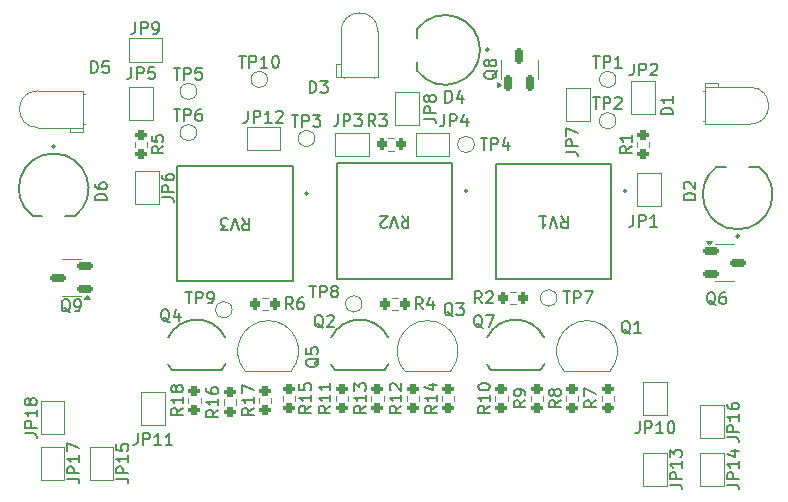
<source format=gbr>
%TF.GenerationSoftware,KiCad,Pcbnew,8.0.0*%
%TF.CreationDate,2024-04-15T10:16:16+02:00*%
%TF.ProjectId,Project 3,50726f6a-6563-4742-9033-2e6b69636164,rev?*%
%TF.SameCoordinates,Original*%
%TF.FileFunction,Legend,Top*%
%TF.FilePolarity,Positive*%
%FSLAX46Y46*%
G04 Gerber Fmt 4.6, Leading zero omitted, Abs format (unit mm)*
G04 Created by KiCad (PCBNEW 8.0.0) date 2024-04-15 10:16:16*
%MOMM*%
%LPD*%
G01*
G04 APERTURE LIST*
G04 Aperture macros list*
%AMRoundRect*
0 Rectangle with rounded corners*
0 $1 Rounding radius*
0 $2 $3 $4 $5 $6 $7 $8 $9 X,Y pos of 4 corners*
0 Add a 4 corners polygon primitive as box body*
4,1,4,$2,$3,$4,$5,$6,$7,$8,$9,$2,$3,0*
0 Add four circle primitives for the rounded corners*
1,1,$1+$1,$2,$3*
1,1,$1+$1,$4,$5*
1,1,$1+$1,$6,$7*
1,1,$1+$1,$8,$9*
0 Add four rect primitives between the rounded corners*
20,1,$1+$1,$2,$3,$4,$5,0*
20,1,$1+$1,$4,$5,$6,$7,0*
20,1,$1+$1,$6,$7,$8,$9,0*
20,1,$1+$1,$8,$9,$2,$3,0*%
G04 Aperture macros list end*
%ADD10C,0.150000*%
%ADD11C,0.120000*%
%ADD12C,0.127000*%
%ADD13C,0.200000*%
%ADD14C,0.152400*%
%ADD15C,1.000000*%
%ADD16C,1.000000*%
%ADD17R,1.500000X1.000000*%
%ADD18R,1.300000X1.300000*%
%ADD19C,1.300000*%
%ADD20R,1.000000X1.500000*%
%ADD21RoundRect,0.200000X0.200000X0.275000X-0.200000X0.275000X-0.200000X-0.275000X0.200000X-0.275000X0*%
%ADD22RoundRect,0.200000X-0.275000X0.200000X-0.275000X-0.200000X0.275000X-0.200000X0.275000X0.200000X0*%
%ADD23RoundRect,0.200000X0.275000X-0.200000X0.275000X0.200000X-0.275000X0.200000X-0.275000X-0.200000X0*%
%ADD24C,1.524800*%
%ADD25RoundRect,0.150000X-0.512500X-0.150000X0.512500X-0.150000X0.512500X0.150000X-0.512500X0.150000X0*%
%ADD26R,1.800000X1.800000*%
%ADD27C,1.800000*%
%ADD28C,1.320800*%
%ADD29R,1.320800X1.320800*%
%ADD30RoundRect,0.150000X0.150000X-0.512500X0.150000X0.512500X-0.150000X0.512500X-0.150000X-0.512500X0*%
%ADD31RoundRect,0.200000X-0.200000X-0.275000X0.200000X-0.275000X0.200000X0.275000X-0.200000X0.275000X0*%
%ADD32RoundRect,0.150000X0.512500X0.150000X-0.512500X0.150000X-0.512500X-0.150000X0.512500X-0.150000X0*%
%ADD33R,1.700000X1.700000*%
%ADD34O,1.700000X1.700000*%
G04 APERTURE END LIST*
D10*
X82238095Y-48006819D02*
X82809523Y-48006819D01*
X82523809Y-49006819D02*
X82523809Y-48006819D01*
X83142857Y-49006819D02*
X83142857Y-48006819D01*
X83142857Y-48006819D02*
X83523809Y-48006819D01*
X83523809Y-48006819D02*
X83619047Y-48054438D01*
X83619047Y-48054438D02*
X83666666Y-48102057D01*
X83666666Y-48102057D02*
X83714285Y-48197295D01*
X83714285Y-48197295D02*
X83714285Y-48340152D01*
X83714285Y-48340152D02*
X83666666Y-48435390D01*
X83666666Y-48435390D02*
X83619047Y-48483009D01*
X83619047Y-48483009D02*
X83523809Y-48530628D01*
X83523809Y-48530628D02*
X83142857Y-48530628D01*
X84619047Y-48006819D02*
X84142857Y-48006819D01*
X84142857Y-48006819D02*
X84095238Y-48483009D01*
X84095238Y-48483009D02*
X84142857Y-48435390D01*
X84142857Y-48435390D02*
X84238095Y-48387771D01*
X84238095Y-48387771D02*
X84476190Y-48387771D01*
X84476190Y-48387771D02*
X84571428Y-48435390D01*
X84571428Y-48435390D02*
X84619047Y-48483009D01*
X84619047Y-48483009D02*
X84666666Y-48578247D01*
X84666666Y-48578247D02*
X84666666Y-48816342D01*
X84666666Y-48816342D02*
X84619047Y-48911580D01*
X84619047Y-48911580D02*
X84571428Y-48959200D01*
X84571428Y-48959200D02*
X84476190Y-49006819D01*
X84476190Y-49006819D02*
X84238095Y-49006819D01*
X84238095Y-49006819D02*
X84142857Y-48959200D01*
X84142857Y-48959200D02*
X84095238Y-48911580D01*
X129104819Y-79309523D02*
X129819104Y-79309523D01*
X129819104Y-79309523D02*
X129961961Y-79357142D01*
X129961961Y-79357142D02*
X130057200Y-79452380D01*
X130057200Y-79452380D02*
X130104819Y-79595237D01*
X130104819Y-79595237D02*
X130104819Y-79690475D01*
X130104819Y-78833332D02*
X129104819Y-78833332D01*
X129104819Y-78833332D02*
X129104819Y-78452380D01*
X129104819Y-78452380D02*
X129152438Y-78357142D01*
X129152438Y-78357142D02*
X129200057Y-78309523D01*
X129200057Y-78309523D02*
X129295295Y-78261904D01*
X129295295Y-78261904D02*
X129438152Y-78261904D01*
X129438152Y-78261904D02*
X129533390Y-78309523D01*
X129533390Y-78309523D02*
X129581009Y-78357142D01*
X129581009Y-78357142D02*
X129628628Y-78452380D01*
X129628628Y-78452380D02*
X129628628Y-78833332D01*
X130104819Y-77309523D02*
X130104819Y-77880951D01*
X130104819Y-77595237D02*
X129104819Y-77595237D01*
X129104819Y-77595237D02*
X129247676Y-77690475D01*
X129247676Y-77690475D02*
X129342914Y-77785713D01*
X129342914Y-77785713D02*
X129390533Y-77880951D01*
X129104819Y-76452380D02*
X129104819Y-76642856D01*
X129104819Y-76642856D02*
X129152438Y-76738094D01*
X129152438Y-76738094D02*
X129200057Y-76785713D01*
X129200057Y-76785713D02*
X129342914Y-76880951D01*
X129342914Y-76880951D02*
X129533390Y-76928570D01*
X129533390Y-76928570D02*
X129914342Y-76928570D01*
X129914342Y-76928570D02*
X130009580Y-76880951D01*
X130009580Y-76880951D02*
X130057200Y-76833332D01*
X130057200Y-76833332D02*
X130104819Y-76738094D01*
X130104819Y-76738094D02*
X130104819Y-76547618D01*
X130104819Y-76547618D02*
X130057200Y-76452380D01*
X130057200Y-76452380D02*
X130009580Y-76404761D01*
X130009580Y-76404761D02*
X129914342Y-76357142D01*
X129914342Y-76357142D02*
X129676247Y-76357142D01*
X129676247Y-76357142D02*
X129581009Y-76404761D01*
X129581009Y-76404761D02*
X129533390Y-76452380D01*
X129533390Y-76452380D02*
X129485771Y-76547618D01*
X129485771Y-76547618D02*
X129485771Y-76738094D01*
X129485771Y-76738094D02*
X129533390Y-76833332D01*
X129533390Y-76833332D02*
X129581009Y-76880951D01*
X129581009Y-76880951D02*
X129676247Y-76928570D01*
X121166666Y-60454819D02*
X121166666Y-61169104D01*
X121166666Y-61169104D02*
X121119047Y-61311961D01*
X121119047Y-61311961D02*
X121023809Y-61407200D01*
X121023809Y-61407200D02*
X120880952Y-61454819D01*
X120880952Y-61454819D02*
X120785714Y-61454819D01*
X121642857Y-61454819D02*
X121642857Y-60454819D01*
X121642857Y-60454819D02*
X122023809Y-60454819D01*
X122023809Y-60454819D02*
X122119047Y-60502438D01*
X122119047Y-60502438D02*
X122166666Y-60550057D01*
X122166666Y-60550057D02*
X122214285Y-60645295D01*
X122214285Y-60645295D02*
X122214285Y-60788152D01*
X122214285Y-60788152D02*
X122166666Y-60883390D01*
X122166666Y-60883390D02*
X122119047Y-60931009D01*
X122119047Y-60931009D02*
X122023809Y-60978628D01*
X122023809Y-60978628D02*
X121642857Y-60978628D01*
X123166666Y-61454819D02*
X122595238Y-61454819D01*
X122880952Y-61454819D02*
X122880952Y-60454819D01*
X122880952Y-60454819D02*
X122785714Y-60597676D01*
X122785714Y-60597676D02*
X122690476Y-60692914D01*
X122690476Y-60692914D02*
X122595238Y-60740533D01*
X94550057Y-72595238D02*
X94502438Y-72690476D01*
X94502438Y-72690476D02*
X94407200Y-72785714D01*
X94407200Y-72785714D02*
X94264342Y-72928571D01*
X94264342Y-72928571D02*
X94216723Y-73023809D01*
X94216723Y-73023809D02*
X94216723Y-73119047D01*
X94454819Y-73071428D02*
X94407200Y-73166666D01*
X94407200Y-73166666D02*
X94311961Y-73261904D01*
X94311961Y-73261904D02*
X94121485Y-73309523D01*
X94121485Y-73309523D02*
X93788152Y-73309523D01*
X93788152Y-73309523D02*
X93597676Y-73261904D01*
X93597676Y-73261904D02*
X93502438Y-73166666D01*
X93502438Y-73166666D02*
X93454819Y-73071428D01*
X93454819Y-73071428D02*
X93454819Y-72880952D01*
X93454819Y-72880952D02*
X93502438Y-72785714D01*
X93502438Y-72785714D02*
X93597676Y-72690476D01*
X93597676Y-72690476D02*
X93788152Y-72642857D01*
X93788152Y-72642857D02*
X94121485Y-72642857D01*
X94121485Y-72642857D02*
X94311961Y-72690476D01*
X94311961Y-72690476D02*
X94407200Y-72785714D01*
X94407200Y-72785714D02*
X94454819Y-72880952D01*
X94454819Y-72880952D02*
X94454819Y-73071428D01*
X93454819Y-71738095D02*
X93454819Y-72214285D01*
X93454819Y-72214285D02*
X93931009Y-72261904D01*
X93931009Y-72261904D02*
X93883390Y-72214285D01*
X93883390Y-72214285D02*
X93835771Y-72119047D01*
X93835771Y-72119047D02*
X93835771Y-71880952D01*
X93835771Y-71880952D02*
X93883390Y-71785714D01*
X93883390Y-71785714D02*
X93931009Y-71738095D01*
X93931009Y-71738095D02*
X94026247Y-71690476D01*
X94026247Y-71690476D02*
X94264342Y-71690476D01*
X94264342Y-71690476D02*
X94359580Y-71738095D01*
X94359580Y-71738095D02*
X94407200Y-71785714D01*
X94407200Y-71785714D02*
X94454819Y-71880952D01*
X94454819Y-71880952D02*
X94454819Y-72119047D01*
X94454819Y-72119047D02*
X94407200Y-72214285D01*
X94407200Y-72214285D02*
X94359580Y-72261904D01*
X79016666Y-44154819D02*
X79016666Y-44869104D01*
X79016666Y-44869104D02*
X78969047Y-45011961D01*
X78969047Y-45011961D02*
X78873809Y-45107200D01*
X78873809Y-45107200D02*
X78730952Y-45154819D01*
X78730952Y-45154819D02*
X78635714Y-45154819D01*
X79492857Y-45154819D02*
X79492857Y-44154819D01*
X79492857Y-44154819D02*
X79873809Y-44154819D01*
X79873809Y-44154819D02*
X79969047Y-44202438D01*
X79969047Y-44202438D02*
X80016666Y-44250057D01*
X80016666Y-44250057D02*
X80064285Y-44345295D01*
X80064285Y-44345295D02*
X80064285Y-44488152D01*
X80064285Y-44488152D02*
X80016666Y-44583390D01*
X80016666Y-44583390D02*
X79969047Y-44631009D01*
X79969047Y-44631009D02*
X79873809Y-44678628D01*
X79873809Y-44678628D02*
X79492857Y-44678628D01*
X80540476Y-45154819D02*
X80730952Y-45154819D01*
X80730952Y-45154819D02*
X80826190Y-45107200D01*
X80826190Y-45107200D02*
X80873809Y-45059580D01*
X80873809Y-45059580D02*
X80969047Y-44916723D01*
X80969047Y-44916723D02*
X81016666Y-44726247D01*
X81016666Y-44726247D02*
X81016666Y-44345295D01*
X81016666Y-44345295D02*
X80969047Y-44250057D01*
X80969047Y-44250057D02*
X80921428Y-44202438D01*
X80921428Y-44202438D02*
X80826190Y-44154819D01*
X80826190Y-44154819D02*
X80635714Y-44154819D01*
X80635714Y-44154819D02*
X80540476Y-44202438D01*
X80540476Y-44202438D02*
X80492857Y-44250057D01*
X80492857Y-44250057D02*
X80445238Y-44345295D01*
X80445238Y-44345295D02*
X80445238Y-44583390D01*
X80445238Y-44583390D02*
X80492857Y-44678628D01*
X80492857Y-44678628D02*
X80540476Y-44726247D01*
X80540476Y-44726247D02*
X80635714Y-44773866D01*
X80635714Y-44773866D02*
X80826190Y-44773866D01*
X80826190Y-44773866D02*
X80921428Y-44726247D01*
X80921428Y-44726247D02*
X80969047Y-44678628D01*
X80969047Y-44678628D02*
X81016666Y-44583390D01*
X78666666Y-47954819D02*
X78666666Y-48669104D01*
X78666666Y-48669104D02*
X78619047Y-48811961D01*
X78619047Y-48811961D02*
X78523809Y-48907200D01*
X78523809Y-48907200D02*
X78380952Y-48954819D01*
X78380952Y-48954819D02*
X78285714Y-48954819D01*
X79142857Y-48954819D02*
X79142857Y-47954819D01*
X79142857Y-47954819D02*
X79523809Y-47954819D01*
X79523809Y-47954819D02*
X79619047Y-48002438D01*
X79619047Y-48002438D02*
X79666666Y-48050057D01*
X79666666Y-48050057D02*
X79714285Y-48145295D01*
X79714285Y-48145295D02*
X79714285Y-48288152D01*
X79714285Y-48288152D02*
X79666666Y-48383390D01*
X79666666Y-48383390D02*
X79619047Y-48431009D01*
X79619047Y-48431009D02*
X79523809Y-48478628D01*
X79523809Y-48478628D02*
X79142857Y-48478628D01*
X80619047Y-47954819D02*
X80142857Y-47954819D01*
X80142857Y-47954819D02*
X80095238Y-48431009D01*
X80095238Y-48431009D02*
X80142857Y-48383390D01*
X80142857Y-48383390D02*
X80238095Y-48335771D01*
X80238095Y-48335771D02*
X80476190Y-48335771D01*
X80476190Y-48335771D02*
X80571428Y-48383390D01*
X80571428Y-48383390D02*
X80619047Y-48431009D01*
X80619047Y-48431009D02*
X80666666Y-48526247D01*
X80666666Y-48526247D02*
X80666666Y-48764342D01*
X80666666Y-48764342D02*
X80619047Y-48859580D01*
X80619047Y-48859580D02*
X80571428Y-48907200D01*
X80571428Y-48907200D02*
X80476190Y-48954819D01*
X80476190Y-48954819D02*
X80238095Y-48954819D01*
X80238095Y-48954819D02*
X80142857Y-48907200D01*
X80142857Y-48907200D02*
X80095238Y-48859580D01*
X73254819Y-82809523D02*
X73969104Y-82809523D01*
X73969104Y-82809523D02*
X74111961Y-82857142D01*
X74111961Y-82857142D02*
X74207200Y-82952380D01*
X74207200Y-82952380D02*
X74254819Y-83095237D01*
X74254819Y-83095237D02*
X74254819Y-83190475D01*
X74254819Y-82333332D02*
X73254819Y-82333332D01*
X73254819Y-82333332D02*
X73254819Y-81952380D01*
X73254819Y-81952380D02*
X73302438Y-81857142D01*
X73302438Y-81857142D02*
X73350057Y-81809523D01*
X73350057Y-81809523D02*
X73445295Y-81761904D01*
X73445295Y-81761904D02*
X73588152Y-81761904D01*
X73588152Y-81761904D02*
X73683390Y-81809523D01*
X73683390Y-81809523D02*
X73731009Y-81857142D01*
X73731009Y-81857142D02*
X73778628Y-81952380D01*
X73778628Y-81952380D02*
X73778628Y-82333332D01*
X74254819Y-80809523D02*
X74254819Y-81380951D01*
X74254819Y-81095237D02*
X73254819Y-81095237D01*
X73254819Y-81095237D02*
X73397676Y-81190475D01*
X73397676Y-81190475D02*
X73492914Y-81285713D01*
X73492914Y-81285713D02*
X73540533Y-81380951D01*
X73254819Y-80476189D02*
X73254819Y-79809523D01*
X73254819Y-79809523D02*
X74254819Y-80238094D01*
X117738095Y-47006819D02*
X118309523Y-47006819D01*
X118023809Y-48006819D02*
X118023809Y-47006819D01*
X118642857Y-48006819D02*
X118642857Y-47006819D01*
X118642857Y-47006819D02*
X119023809Y-47006819D01*
X119023809Y-47006819D02*
X119119047Y-47054438D01*
X119119047Y-47054438D02*
X119166666Y-47102057D01*
X119166666Y-47102057D02*
X119214285Y-47197295D01*
X119214285Y-47197295D02*
X119214285Y-47340152D01*
X119214285Y-47340152D02*
X119166666Y-47435390D01*
X119166666Y-47435390D02*
X119119047Y-47483009D01*
X119119047Y-47483009D02*
X119023809Y-47530628D01*
X119023809Y-47530628D02*
X118642857Y-47530628D01*
X120166666Y-48006819D02*
X119595238Y-48006819D01*
X119880952Y-48006819D02*
X119880952Y-47006819D01*
X119880952Y-47006819D02*
X119785714Y-47149676D01*
X119785714Y-47149676D02*
X119690476Y-47244914D01*
X119690476Y-47244914D02*
X119595238Y-47292533D01*
X99333333Y-52954819D02*
X99000000Y-52478628D01*
X98761905Y-52954819D02*
X98761905Y-51954819D01*
X98761905Y-51954819D02*
X99142857Y-51954819D01*
X99142857Y-51954819D02*
X99238095Y-52002438D01*
X99238095Y-52002438D02*
X99285714Y-52050057D01*
X99285714Y-52050057D02*
X99333333Y-52145295D01*
X99333333Y-52145295D02*
X99333333Y-52288152D01*
X99333333Y-52288152D02*
X99285714Y-52383390D01*
X99285714Y-52383390D02*
X99238095Y-52431009D01*
X99238095Y-52431009D02*
X99142857Y-52478628D01*
X99142857Y-52478628D02*
X98761905Y-52478628D01*
X99666667Y-51954819D02*
X100285714Y-51954819D01*
X100285714Y-51954819D02*
X99952381Y-52335771D01*
X99952381Y-52335771D02*
X100095238Y-52335771D01*
X100095238Y-52335771D02*
X100190476Y-52383390D01*
X100190476Y-52383390D02*
X100238095Y-52431009D01*
X100238095Y-52431009D02*
X100285714Y-52526247D01*
X100285714Y-52526247D02*
X100285714Y-52764342D01*
X100285714Y-52764342D02*
X100238095Y-52859580D01*
X100238095Y-52859580D02*
X100190476Y-52907200D01*
X100190476Y-52907200D02*
X100095238Y-52954819D01*
X100095238Y-52954819D02*
X99809524Y-52954819D01*
X99809524Y-52954819D02*
X99714286Y-52907200D01*
X99714286Y-52907200D02*
X99666667Y-52859580D01*
X105261905Y-50954819D02*
X105261905Y-49954819D01*
X105261905Y-49954819D02*
X105500000Y-49954819D01*
X105500000Y-49954819D02*
X105642857Y-50002438D01*
X105642857Y-50002438D02*
X105738095Y-50097676D01*
X105738095Y-50097676D02*
X105785714Y-50192914D01*
X105785714Y-50192914D02*
X105833333Y-50383390D01*
X105833333Y-50383390D02*
X105833333Y-50526247D01*
X105833333Y-50526247D02*
X105785714Y-50716723D01*
X105785714Y-50716723D02*
X105738095Y-50811961D01*
X105738095Y-50811961D02*
X105642857Y-50907200D01*
X105642857Y-50907200D02*
X105500000Y-50954819D01*
X105500000Y-50954819D02*
X105261905Y-50954819D01*
X106690476Y-50288152D02*
X106690476Y-50954819D01*
X106452381Y-49907200D02*
X106214286Y-50621485D01*
X106214286Y-50621485D02*
X106833333Y-50621485D01*
X120904761Y-70550057D02*
X120809523Y-70502438D01*
X120809523Y-70502438D02*
X120714285Y-70407200D01*
X120714285Y-70407200D02*
X120571428Y-70264342D01*
X120571428Y-70264342D02*
X120476190Y-70216723D01*
X120476190Y-70216723D02*
X120380952Y-70216723D01*
X120428571Y-70454819D02*
X120333333Y-70407200D01*
X120333333Y-70407200D02*
X120238095Y-70311961D01*
X120238095Y-70311961D02*
X120190476Y-70121485D01*
X120190476Y-70121485D02*
X120190476Y-69788152D01*
X120190476Y-69788152D02*
X120238095Y-69597676D01*
X120238095Y-69597676D02*
X120333333Y-69502438D01*
X120333333Y-69502438D02*
X120428571Y-69454819D01*
X120428571Y-69454819D02*
X120619047Y-69454819D01*
X120619047Y-69454819D02*
X120714285Y-69502438D01*
X120714285Y-69502438D02*
X120809523Y-69597676D01*
X120809523Y-69597676D02*
X120857142Y-69788152D01*
X120857142Y-69788152D02*
X120857142Y-70121485D01*
X120857142Y-70121485D02*
X120809523Y-70311961D01*
X120809523Y-70311961D02*
X120714285Y-70407200D01*
X120714285Y-70407200D02*
X120619047Y-70454819D01*
X120619047Y-70454819D02*
X120428571Y-70454819D01*
X121809523Y-70454819D02*
X121238095Y-70454819D01*
X121523809Y-70454819D02*
X121523809Y-69454819D01*
X121523809Y-69454819D02*
X121428571Y-69597676D01*
X121428571Y-69597676D02*
X121333333Y-69692914D01*
X121333333Y-69692914D02*
X121238095Y-69740533D01*
X105166666Y-51954819D02*
X105166666Y-52669104D01*
X105166666Y-52669104D02*
X105119047Y-52811961D01*
X105119047Y-52811961D02*
X105023809Y-52907200D01*
X105023809Y-52907200D02*
X104880952Y-52954819D01*
X104880952Y-52954819D02*
X104785714Y-52954819D01*
X105642857Y-52954819D02*
X105642857Y-51954819D01*
X105642857Y-51954819D02*
X106023809Y-51954819D01*
X106023809Y-51954819D02*
X106119047Y-52002438D01*
X106119047Y-52002438D02*
X106166666Y-52050057D01*
X106166666Y-52050057D02*
X106214285Y-52145295D01*
X106214285Y-52145295D02*
X106214285Y-52288152D01*
X106214285Y-52288152D02*
X106166666Y-52383390D01*
X106166666Y-52383390D02*
X106119047Y-52431009D01*
X106119047Y-52431009D02*
X106023809Y-52478628D01*
X106023809Y-52478628D02*
X105642857Y-52478628D01*
X107071428Y-52288152D02*
X107071428Y-52954819D01*
X106833333Y-51907200D02*
X106595238Y-52621485D01*
X106595238Y-52621485D02*
X107214285Y-52621485D01*
X93884819Y-76642857D02*
X93408628Y-76976190D01*
X93884819Y-77214285D02*
X92884819Y-77214285D01*
X92884819Y-77214285D02*
X92884819Y-76833333D01*
X92884819Y-76833333D02*
X92932438Y-76738095D01*
X92932438Y-76738095D02*
X92980057Y-76690476D01*
X92980057Y-76690476D02*
X93075295Y-76642857D01*
X93075295Y-76642857D02*
X93218152Y-76642857D01*
X93218152Y-76642857D02*
X93313390Y-76690476D01*
X93313390Y-76690476D02*
X93361009Y-76738095D01*
X93361009Y-76738095D02*
X93408628Y-76833333D01*
X93408628Y-76833333D02*
X93408628Y-77214285D01*
X93884819Y-75690476D02*
X93884819Y-76261904D01*
X93884819Y-75976190D02*
X92884819Y-75976190D01*
X92884819Y-75976190D02*
X93027676Y-76071428D01*
X93027676Y-76071428D02*
X93122914Y-76166666D01*
X93122914Y-76166666D02*
X93170533Y-76261904D01*
X92884819Y-74785714D02*
X92884819Y-75261904D01*
X92884819Y-75261904D02*
X93361009Y-75309523D01*
X93361009Y-75309523D02*
X93313390Y-75261904D01*
X93313390Y-75261904D02*
X93265771Y-75166666D01*
X93265771Y-75166666D02*
X93265771Y-74928571D01*
X93265771Y-74928571D02*
X93313390Y-74833333D01*
X93313390Y-74833333D02*
X93361009Y-74785714D01*
X93361009Y-74785714D02*
X93456247Y-74738095D01*
X93456247Y-74738095D02*
X93694342Y-74738095D01*
X93694342Y-74738095D02*
X93789580Y-74785714D01*
X93789580Y-74785714D02*
X93837200Y-74833333D01*
X93837200Y-74833333D02*
X93884819Y-74928571D01*
X93884819Y-74928571D02*
X93884819Y-75166666D01*
X93884819Y-75166666D02*
X93837200Y-75261904D01*
X93837200Y-75261904D02*
X93789580Y-75309523D01*
X76580719Y-59243094D02*
X75580719Y-59243094D01*
X75580719Y-59243094D02*
X75580719Y-59004999D01*
X75580719Y-59004999D02*
X75628338Y-58862142D01*
X75628338Y-58862142D02*
X75723576Y-58766904D01*
X75723576Y-58766904D02*
X75818814Y-58719285D01*
X75818814Y-58719285D02*
X76009290Y-58671666D01*
X76009290Y-58671666D02*
X76152147Y-58671666D01*
X76152147Y-58671666D02*
X76342623Y-58719285D01*
X76342623Y-58719285D02*
X76437861Y-58766904D01*
X76437861Y-58766904D02*
X76533100Y-58862142D01*
X76533100Y-58862142D02*
X76580719Y-59004999D01*
X76580719Y-59004999D02*
X76580719Y-59243094D01*
X75580719Y-57814523D02*
X75580719Y-58004999D01*
X75580719Y-58004999D02*
X75628338Y-58100237D01*
X75628338Y-58100237D02*
X75675957Y-58147856D01*
X75675957Y-58147856D02*
X75818814Y-58243094D01*
X75818814Y-58243094D02*
X76009290Y-58290713D01*
X76009290Y-58290713D02*
X76390242Y-58290713D01*
X76390242Y-58290713D02*
X76485480Y-58243094D01*
X76485480Y-58243094D02*
X76533100Y-58195475D01*
X76533100Y-58195475D02*
X76580719Y-58100237D01*
X76580719Y-58100237D02*
X76580719Y-57909761D01*
X76580719Y-57909761D02*
X76533100Y-57814523D01*
X76533100Y-57814523D02*
X76485480Y-57766904D01*
X76485480Y-57766904D02*
X76390242Y-57719285D01*
X76390242Y-57719285D02*
X76152147Y-57719285D01*
X76152147Y-57719285D02*
X76056909Y-57766904D01*
X76056909Y-57766904D02*
X76009290Y-57814523D01*
X76009290Y-57814523D02*
X75961671Y-57909761D01*
X75961671Y-57909761D02*
X75961671Y-58100237D01*
X75961671Y-58100237D02*
X76009290Y-58195475D01*
X76009290Y-58195475D02*
X76056909Y-58243094D01*
X76056909Y-58243094D02*
X76152147Y-58290713D01*
X118024819Y-76166666D02*
X117548628Y-76499999D01*
X118024819Y-76738094D02*
X117024819Y-76738094D01*
X117024819Y-76738094D02*
X117024819Y-76357142D01*
X117024819Y-76357142D02*
X117072438Y-76261904D01*
X117072438Y-76261904D02*
X117120057Y-76214285D01*
X117120057Y-76214285D02*
X117215295Y-76166666D01*
X117215295Y-76166666D02*
X117358152Y-76166666D01*
X117358152Y-76166666D02*
X117453390Y-76214285D01*
X117453390Y-76214285D02*
X117501009Y-76261904D01*
X117501009Y-76261904D02*
X117548628Y-76357142D01*
X117548628Y-76357142D02*
X117548628Y-76738094D01*
X117024819Y-75833332D02*
X117024819Y-75166666D01*
X117024819Y-75166666D02*
X118024819Y-75595237D01*
X108404761Y-70050057D02*
X108309523Y-70002438D01*
X108309523Y-70002438D02*
X108214285Y-69907200D01*
X108214285Y-69907200D02*
X108071428Y-69764342D01*
X108071428Y-69764342D02*
X107976190Y-69716723D01*
X107976190Y-69716723D02*
X107880952Y-69716723D01*
X107928571Y-69954819D02*
X107833333Y-69907200D01*
X107833333Y-69907200D02*
X107738095Y-69811961D01*
X107738095Y-69811961D02*
X107690476Y-69621485D01*
X107690476Y-69621485D02*
X107690476Y-69288152D01*
X107690476Y-69288152D02*
X107738095Y-69097676D01*
X107738095Y-69097676D02*
X107833333Y-69002438D01*
X107833333Y-69002438D02*
X107928571Y-68954819D01*
X107928571Y-68954819D02*
X108119047Y-68954819D01*
X108119047Y-68954819D02*
X108214285Y-69002438D01*
X108214285Y-69002438D02*
X108309523Y-69097676D01*
X108309523Y-69097676D02*
X108357142Y-69288152D01*
X108357142Y-69288152D02*
X108357142Y-69621485D01*
X108357142Y-69621485D02*
X108309523Y-69811961D01*
X108309523Y-69811961D02*
X108214285Y-69907200D01*
X108214285Y-69907200D02*
X108119047Y-69954819D01*
X108119047Y-69954819D02*
X107928571Y-69954819D01*
X108690476Y-68954819D02*
X109357142Y-68954819D01*
X109357142Y-68954819D02*
X108928571Y-69954819D01*
X81384819Y-54666666D02*
X80908628Y-54999999D01*
X81384819Y-55238094D02*
X80384819Y-55238094D01*
X80384819Y-55238094D02*
X80384819Y-54857142D01*
X80384819Y-54857142D02*
X80432438Y-54761904D01*
X80432438Y-54761904D02*
X80480057Y-54714285D01*
X80480057Y-54714285D02*
X80575295Y-54666666D01*
X80575295Y-54666666D02*
X80718152Y-54666666D01*
X80718152Y-54666666D02*
X80813390Y-54714285D01*
X80813390Y-54714285D02*
X80861009Y-54761904D01*
X80861009Y-54761904D02*
X80908628Y-54857142D01*
X80908628Y-54857142D02*
X80908628Y-55238094D01*
X80384819Y-53761904D02*
X80384819Y-54238094D01*
X80384819Y-54238094D02*
X80861009Y-54285713D01*
X80861009Y-54285713D02*
X80813390Y-54238094D01*
X80813390Y-54238094D02*
X80765771Y-54142856D01*
X80765771Y-54142856D02*
X80765771Y-53904761D01*
X80765771Y-53904761D02*
X80813390Y-53809523D01*
X80813390Y-53809523D02*
X80861009Y-53761904D01*
X80861009Y-53761904D02*
X80956247Y-53714285D01*
X80956247Y-53714285D02*
X81194342Y-53714285D01*
X81194342Y-53714285D02*
X81289580Y-53761904D01*
X81289580Y-53761904D02*
X81337200Y-53809523D01*
X81337200Y-53809523D02*
X81384819Y-53904761D01*
X81384819Y-53904761D02*
X81384819Y-54142856D01*
X81384819Y-54142856D02*
X81337200Y-54238094D01*
X81337200Y-54238094D02*
X81289580Y-54285713D01*
X87761905Y-47006819D02*
X88333333Y-47006819D01*
X88047619Y-48006819D02*
X88047619Y-47006819D01*
X88666667Y-48006819D02*
X88666667Y-47006819D01*
X88666667Y-47006819D02*
X89047619Y-47006819D01*
X89047619Y-47006819D02*
X89142857Y-47054438D01*
X89142857Y-47054438D02*
X89190476Y-47102057D01*
X89190476Y-47102057D02*
X89238095Y-47197295D01*
X89238095Y-47197295D02*
X89238095Y-47340152D01*
X89238095Y-47340152D02*
X89190476Y-47435390D01*
X89190476Y-47435390D02*
X89142857Y-47483009D01*
X89142857Y-47483009D02*
X89047619Y-47530628D01*
X89047619Y-47530628D02*
X88666667Y-47530628D01*
X90190476Y-48006819D02*
X89619048Y-48006819D01*
X89904762Y-48006819D02*
X89904762Y-47006819D01*
X89904762Y-47006819D02*
X89809524Y-47149676D01*
X89809524Y-47149676D02*
X89714286Y-47244914D01*
X89714286Y-47244914D02*
X89619048Y-47292533D01*
X90809524Y-47006819D02*
X90904762Y-47006819D01*
X90904762Y-47006819D02*
X91000000Y-47054438D01*
X91000000Y-47054438D02*
X91047619Y-47102057D01*
X91047619Y-47102057D02*
X91095238Y-47197295D01*
X91095238Y-47197295D02*
X91142857Y-47387771D01*
X91142857Y-47387771D02*
X91142857Y-47625866D01*
X91142857Y-47625866D02*
X91095238Y-47816342D01*
X91095238Y-47816342D02*
X91047619Y-47911580D01*
X91047619Y-47911580D02*
X91000000Y-47959200D01*
X91000000Y-47959200D02*
X90904762Y-48006819D01*
X90904762Y-48006819D02*
X90809524Y-48006819D01*
X90809524Y-48006819D02*
X90714286Y-47959200D01*
X90714286Y-47959200D02*
X90666667Y-47911580D01*
X90666667Y-47911580D02*
X90619048Y-47816342D01*
X90619048Y-47816342D02*
X90571429Y-47625866D01*
X90571429Y-47625866D02*
X90571429Y-47387771D01*
X90571429Y-47387771D02*
X90619048Y-47197295D01*
X90619048Y-47197295D02*
X90666667Y-47102057D01*
X90666667Y-47102057D02*
X90714286Y-47054438D01*
X90714286Y-47054438D02*
X90809524Y-47006819D01*
X94904761Y-70050057D02*
X94809523Y-70002438D01*
X94809523Y-70002438D02*
X94714285Y-69907200D01*
X94714285Y-69907200D02*
X94571428Y-69764342D01*
X94571428Y-69764342D02*
X94476190Y-69716723D01*
X94476190Y-69716723D02*
X94380952Y-69716723D01*
X94428571Y-69954819D02*
X94333333Y-69907200D01*
X94333333Y-69907200D02*
X94238095Y-69811961D01*
X94238095Y-69811961D02*
X94190476Y-69621485D01*
X94190476Y-69621485D02*
X94190476Y-69288152D01*
X94190476Y-69288152D02*
X94238095Y-69097676D01*
X94238095Y-69097676D02*
X94333333Y-69002438D01*
X94333333Y-69002438D02*
X94428571Y-68954819D01*
X94428571Y-68954819D02*
X94619047Y-68954819D01*
X94619047Y-68954819D02*
X94714285Y-69002438D01*
X94714285Y-69002438D02*
X94809523Y-69097676D01*
X94809523Y-69097676D02*
X94857142Y-69288152D01*
X94857142Y-69288152D02*
X94857142Y-69621485D01*
X94857142Y-69621485D02*
X94809523Y-69811961D01*
X94809523Y-69811961D02*
X94714285Y-69907200D01*
X94714285Y-69907200D02*
X94619047Y-69954819D01*
X94619047Y-69954819D02*
X94428571Y-69954819D01*
X95238095Y-69050057D02*
X95285714Y-69002438D01*
X95285714Y-69002438D02*
X95380952Y-68954819D01*
X95380952Y-68954819D02*
X95619047Y-68954819D01*
X95619047Y-68954819D02*
X95714285Y-69002438D01*
X95714285Y-69002438D02*
X95761904Y-69050057D01*
X95761904Y-69050057D02*
X95809523Y-69145295D01*
X95809523Y-69145295D02*
X95809523Y-69240533D01*
X95809523Y-69240533D02*
X95761904Y-69383390D01*
X95761904Y-69383390D02*
X95190476Y-69954819D01*
X95190476Y-69954819D02*
X95809523Y-69954819D01*
X104524819Y-76642857D02*
X104048628Y-76976190D01*
X104524819Y-77214285D02*
X103524819Y-77214285D01*
X103524819Y-77214285D02*
X103524819Y-76833333D01*
X103524819Y-76833333D02*
X103572438Y-76738095D01*
X103572438Y-76738095D02*
X103620057Y-76690476D01*
X103620057Y-76690476D02*
X103715295Y-76642857D01*
X103715295Y-76642857D02*
X103858152Y-76642857D01*
X103858152Y-76642857D02*
X103953390Y-76690476D01*
X103953390Y-76690476D02*
X104001009Y-76738095D01*
X104001009Y-76738095D02*
X104048628Y-76833333D01*
X104048628Y-76833333D02*
X104048628Y-77214285D01*
X104524819Y-75690476D02*
X104524819Y-76261904D01*
X104524819Y-75976190D02*
X103524819Y-75976190D01*
X103524819Y-75976190D02*
X103667676Y-76071428D01*
X103667676Y-76071428D02*
X103762914Y-76166666D01*
X103762914Y-76166666D02*
X103810533Y-76261904D01*
X103858152Y-74833333D02*
X104524819Y-74833333D01*
X103477200Y-75071428D02*
X104191485Y-75309523D01*
X104191485Y-75309523D02*
X104191485Y-74690476D01*
X86024819Y-76967857D02*
X85548628Y-77301190D01*
X86024819Y-77539285D02*
X85024819Y-77539285D01*
X85024819Y-77539285D02*
X85024819Y-77158333D01*
X85024819Y-77158333D02*
X85072438Y-77063095D01*
X85072438Y-77063095D02*
X85120057Y-77015476D01*
X85120057Y-77015476D02*
X85215295Y-76967857D01*
X85215295Y-76967857D02*
X85358152Y-76967857D01*
X85358152Y-76967857D02*
X85453390Y-77015476D01*
X85453390Y-77015476D02*
X85501009Y-77063095D01*
X85501009Y-77063095D02*
X85548628Y-77158333D01*
X85548628Y-77158333D02*
X85548628Y-77539285D01*
X86024819Y-76015476D02*
X86024819Y-76586904D01*
X86024819Y-76301190D02*
X85024819Y-76301190D01*
X85024819Y-76301190D02*
X85167676Y-76396428D01*
X85167676Y-76396428D02*
X85262914Y-76491666D01*
X85262914Y-76491666D02*
X85310533Y-76586904D01*
X85024819Y-75158333D02*
X85024819Y-75348809D01*
X85024819Y-75348809D02*
X85072438Y-75444047D01*
X85072438Y-75444047D02*
X85120057Y-75491666D01*
X85120057Y-75491666D02*
X85262914Y-75586904D01*
X85262914Y-75586904D02*
X85453390Y-75634523D01*
X85453390Y-75634523D02*
X85834342Y-75634523D01*
X85834342Y-75634523D02*
X85929580Y-75586904D01*
X85929580Y-75586904D02*
X85977200Y-75539285D01*
X85977200Y-75539285D02*
X86024819Y-75444047D01*
X86024819Y-75444047D02*
X86024819Y-75253571D01*
X86024819Y-75253571D02*
X85977200Y-75158333D01*
X85977200Y-75158333D02*
X85929580Y-75110714D01*
X85929580Y-75110714D02*
X85834342Y-75063095D01*
X85834342Y-75063095D02*
X85596247Y-75063095D01*
X85596247Y-75063095D02*
X85501009Y-75110714D01*
X85501009Y-75110714D02*
X85453390Y-75158333D01*
X85453390Y-75158333D02*
X85405771Y-75253571D01*
X85405771Y-75253571D02*
X85405771Y-75444047D01*
X85405771Y-75444047D02*
X85453390Y-75539285D01*
X85453390Y-75539285D02*
X85501009Y-75586904D01*
X85501009Y-75586904D02*
X85596247Y-75634523D01*
X93738095Y-66454819D02*
X94309523Y-66454819D01*
X94023809Y-67454819D02*
X94023809Y-66454819D01*
X94642857Y-67454819D02*
X94642857Y-66454819D01*
X94642857Y-66454819D02*
X95023809Y-66454819D01*
X95023809Y-66454819D02*
X95119047Y-66502438D01*
X95119047Y-66502438D02*
X95166666Y-66550057D01*
X95166666Y-66550057D02*
X95214285Y-66645295D01*
X95214285Y-66645295D02*
X95214285Y-66788152D01*
X95214285Y-66788152D02*
X95166666Y-66883390D01*
X95166666Y-66883390D02*
X95119047Y-66931009D01*
X95119047Y-66931009D02*
X95023809Y-66978628D01*
X95023809Y-66978628D02*
X94642857Y-66978628D01*
X95785714Y-66883390D02*
X95690476Y-66835771D01*
X95690476Y-66835771D02*
X95642857Y-66788152D01*
X95642857Y-66788152D02*
X95595238Y-66692914D01*
X95595238Y-66692914D02*
X95595238Y-66645295D01*
X95595238Y-66645295D02*
X95642857Y-66550057D01*
X95642857Y-66550057D02*
X95690476Y-66502438D01*
X95690476Y-66502438D02*
X95785714Y-66454819D01*
X95785714Y-66454819D02*
X95976190Y-66454819D01*
X95976190Y-66454819D02*
X96071428Y-66502438D01*
X96071428Y-66502438D02*
X96119047Y-66550057D01*
X96119047Y-66550057D02*
X96166666Y-66645295D01*
X96166666Y-66645295D02*
X96166666Y-66692914D01*
X96166666Y-66692914D02*
X96119047Y-66788152D01*
X96119047Y-66788152D02*
X96071428Y-66835771D01*
X96071428Y-66835771D02*
X95976190Y-66883390D01*
X95976190Y-66883390D02*
X95785714Y-66883390D01*
X95785714Y-66883390D02*
X95690476Y-66931009D01*
X95690476Y-66931009D02*
X95642857Y-66978628D01*
X95642857Y-66978628D02*
X95595238Y-67073866D01*
X95595238Y-67073866D02*
X95595238Y-67264342D01*
X95595238Y-67264342D02*
X95642857Y-67359580D01*
X95642857Y-67359580D02*
X95690476Y-67407200D01*
X95690476Y-67407200D02*
X95785714Y-67454819D01*
X95785714Y-67454819D02*
X95976190Y-67454819D01*
X95976190Y-67454819D02*
X96071428Y-67407200D01*
X96071428Y-67407200D02*
X96119047Y-67359580D01*
X96119047Y-67359580D02*
X96166666Y-67264342D01*
X96166666Y-67264342D02*
X96166666Y-67073866D01*
X96166666Y-67073866D02*
X96119047Y-66978628D01*
X96119047Y-66978628D02*
X96071428Y-66931009D01*
X96071428Y-66931009D02*
X95976190Y-66883390D01*
X121198166Y-47653619D02*
X121198166Y-48367904D01*
X121198166Y-48367904D02*
X121150547Y-48510761D01*
X121150547Y-48510761D02*
X121055309Y-48606000D01*
X121055309Y-48606000D02*
X120912452Y-48653619D01*
X120912452Y-48653619D02*
X120817214Y-48653619D01*
X121674357Y-48653619D02*
X121674357Y-47653619D01*
X121674357Y-47653619D02*
X122055309Y-47653619D01*
X122055309Y-47653619D02*
X122150547Y-47701238D01*
X122150547Y-47701238D02*
X122198166Y-47748857D01*
X122198166Y-47748857D02*
X122245785Y-47844095D01*
X122245785Y-47844095D02*
X122245785Y-47986952D01*
X122245785Y-47986952D02*
X122198166Y-48082190D01*
X122198166Y-48082190D02*
X122150547Y-48129809D01*
X122150547Y-48129809D02*
X122055309Y-48177428D01*
X122055309Y-48177428D02*
X121674357Y-48177428D01*
X122626738Y-47748857D02*
X122674357Y-47701238D01*
X122674357Y-47701238D02*
X122769595Y-47653619D01*
X122769595Y-47653619D02*
X123007690Y-47653619D01*
X123007690Y-47653619D02*
X123102928Y-47701238D01*
X123102928Y-47701238D02*
X123150547Y-47748857D01*
X123150547Y-47748857D02*
X123198166Y-47844095D01*
X123198166Y-47844095D02*
X123198166Y-47939333D01*
X123198166Y-47939333D02*
X123150547Y-48082190D01*
X123150547Y-48082190D02*
X122579119Y-48653619D01*
X122579119Y-48653619D02*
X123198166Y-48653619D01*
X112024819Y-76166666D02*
X111548628Y-76499999D01*
X112024819Y-76738094D02*
X111024819Y-76738094D01*
X111024819Y-76738094D02*
X111024819Y-76357142D01*
X111024819Y-76357142D02*
X111072438Y-76261904D01*
X111072438Y-76261904D02*
X111120057Y-76214285D01*
X111120057Y-76214285D02*
X111215295Y-76166666D01*
X111215295Y-76166666D02*
X111358152Y-76166666D01*
X111358152Y-76166666D02*
X111453390Y-76214285D01*
X111453390Y-76214285D02*
X111501009Y-76261904D01*
X111501009Y-76261904D02*
X111548628Y-76357142D01*
X111548628Y-76357142D02*
X111548628Y-76738094D01*
X112024819Y-75690475D02*
X112024819Y-75499999D01*
X112024819Y-75499999D02*
X111977200Y-75404761D01*
X111977200Y-75404761D02*
X111929580Y-75357142D01*
X111929580Y-75357142D02*
X111786723Y-75261904D01*
X111786723Y-75261904D02*
X111596247Y-75214285D01*
X111596247Y-75214285D02*
X111215295Y-75214285D01*
X111215295Y-75214285D02*
X111120057Y-75261904D01*
X111120057Y-75261904D02*
X111072438Y-75309523D01*
X111072438Y-75309523D02*
X111024819Y-75404761D01*
X111024819Y-75404761D02*
X111024819Y-75595237D01*
X111024819Y-75595237D02*
X111072438Y-75690475D01*
X111072438Y-75690475D02*
X111120057Y-75738094D01*
X111120057Y-75738094D02*
X111215295Y-75785713D01*
X111215295Y-75785713D02*
X111453390Y-75785713D01*
X111453390Y-75785713D02*
X111548628Y-75738094D01*
X111548628Y-75738094D02*
X111596247Y-75690475D01*
X111596247Y-75690475D02*
X111643866Y-75595237D01*
X111643866Y-75595237D02*
X111643866Y-75404761D01*
X111643866Y-75404761D02*
X111596247Y-75309523D01*
X111596247Y-75309523D02*
X111548628Y-75261904D01*
X111548628Y-75261904D02*
X111453390Y-75214285D01*
X92333333Y-68454819D02*
X92000000Y-67978628D01*
X91761905Y-68454819D02*
X91761905Y-67454819D01*
X91761905Y-67454819D02*
X92142857Y-67454819D01*
X92142857Y-67454819D02*
X92238095Y-67502438D01*
X92238095Y-67502438D02*
X92285714Y-67550057D01*
X92285714Y-67550057D02*
X92333333Y-67645295D01*
X92333333Y-67645295D02*
X92333333Y-67788152D01*
X92333333Y-67788152D02*
X92285714Y-67883390D01*
X92285714Y-67883390D02*
X92238095Y-67931009D01*
X92238095Y-67931009D02*
X92142857Y-67978628D01*
X92142857Y-67978628D02*
X91761905Y-67978628D01*
X93190476Y-67454819D02*
X93000000Y-67454819D01*
X93000000Y-67454819D02*
X92904762Y-67502438D01*
X92904762Y-67502438D02*
X92857143Y-67550057D01*
X92857143Y-67550057D02*
X92761905Y-67692914D01*
X92761905Y-67692914D02*
X92714286Y-67883390D01*
X92714286Y-67883390D02*
X92714286Y-68264342D01*
X92714286Y-68264342D02*
X92761905Y-68359580D01*
X92761905Y-68359580D02*
X92809524Y-68407200D01*
X92809524Y-68407200D02*
X92904762Y-68454819D01*
X92904762Y-68454819D02*
X93095238Y-68454819D01*
X93095238Y-68454819D02*
X93190476Y-68407200D01*
X93190476Y-68407200D02*
X93238095Y-68359580D01*
X93238095Y-68359580D02*
X93285714Y-68264342D01*
X93285714Y-68264342D02*
X93285714Y-68026247D01*
X93285714Y-68026247D02*
X93238095Y-67931009D01*
X93238095Y-67931009D02*
X93190476Y-67883390D01*
X93190476Y-67883390D02*
X93095238Y-67835771D01*
X93095238Y-67835771D02*
X92904762Y-67835771D01*
X92904762Y-67835771D02*
X92809524Y-67883390D01*
X92809524Y-67883390D02*
X92761905Y-67931009D01*
X92761905Y-67931009D02*
X92714286Y-68026247D01*
X126419819Y-59193094D02*
X125419819Y-59193094D01*
X125419819Y-59193094D02*
X125419819Y-58954999D01*
X125419819Y-58954999D02*
X125467438Y-58812142D01*
X125467438Y-58812142D02*
X125562676Y-58716904D01*
X125562676Y-58716904D02*
X125657914Y-58669285D01*
X125657914Y-58669285D02*
X125848390Y-58621666D01*
X125848390Y-58621666D02*
X125991247Y-58621666D01*
X125991247Y-58621666D02*
X126181723Y-58669285D01*
X126181723Y-58669285D02*
X126276961Y-58716904D01*
X126276961Y-58716904D02*
X126372200Y-58812142D01*
X126372200Y-58812142D02*
X126419819Y-58954999D01*
X126419819Y-58954999D02*
X126419819Y-59193094D01*
X125515057Y-58240713D02*
X125467438Y-58193094D01*
X125467438Y-58193094D02*
X125419819Y-58097856D01*
X125419819Y-58097856D02*
X125419819Y-57859761D01*
X125419819Y-57859761D02*
X125467438Y-57764523D01*
X125467438Y-57764523D02*
X125515057Y-57716904D01*
X125515057Y-57716904D02*
X125610295Y-57669285D01*
X125610295Y-57669285D02*
X125705533Y-57669285D01*
X125705533Y-57669285D02*
X125848390Y-57716904D01*
X125848390Y-57716904D02*
X126419819Y-58288332D01*
X126419819Y-58288332D02*
X126419819Y-57669285D01*
X128129761Y-68100057D02*
X128034523Y-68052438D01*
X128034523Y-68052438D02*
X127939285Y-67957200D01*
X127939285Y-67957200D02*
X127796428Y-67814342D01*
X127796428Y-67814342D02*
X127701190Y-67766723D01*
X127701190Y-67766723D02*
X127605952Y-67766723D01*
X127653571Y-68004819D02*
X127558333Y-67957200D01*
X127558333Y-67957200D02*
X127463095Y-67861961D01*
X127463095Y-67861961D02*
X127415476Y-67671485D01*
X127415476Y-67671485D02*
X127415476Y-67338152D01*
X127415476Y-67338152D02*
X127463095Y-67147676D01*
X127463095Y-67147676D02*
X127558333Y-67052438D01*
X127558333Y-67052438D02*
X127653571Y-67004819D01*
X127653571Y-67004819D02*
X127844047Y-67004819D01*
X127844047Y-67004819D02*
X127939285Y-67052438D01*
X127939285Y-67052438D02*
X128034523Y-67147676D01*
X128034523Y-67147676D02*
X128082142Y-67338152D01*
X128082142Y-67338152D02*
X128082142Y-67671485D01*
X128082142Y-67671485D02*
X128034523Y-67861961D01*
X128034523Y-67861961D02*
X127939285Y-67957200D01*
X127939285Y-67957200D02*
X127844047Y-68004819D01*
X127844047Y-68004819D02*
X127653571Y-68004819D01*
X128939285Y-67004819D02*
X128748809Y-67004819D01*
X128748809Y-67004819D02*
X128653571Y-67052438D01*
X128653571Y-67052438D02*
X128605952Y-67100057D01*
X128605952Y-67100057D02*
X128510714Y-67242914D01*
X128510714Y-67242914D02*
X128463095Y-67433390D01*
X128463095Y-67433390D02*
X128463095Y-67814342D01*
X128463095Y-67814342D02*
X128510714Y-67909580D01*
X128510714Y-67909580D02*
X128558333Y-67957200D01*
X128558333Y-67957200D02*
X128653571Y-68004819D01*
X128653571Y-68004819D02*
X128844047Y-68004819D01*
X128844047Y-68004819D02*
X128939285Y-67957200D01*
X128939285Y-67957200D02*
X128986904Y-67909580D01*
X128986904Y-67909580D02*
X129034523Y-67814342D01*
X129034523Y-67814342D02*
X129034523Y-67576247D01*
X129034523Y-67576247D02*
X128986904Y-67481009D01*
X128986904Y-67481009D02*
X128939285Y-67433390D01*
X128939285Y-67433390D02*
X128844047Y-67385771D01*
X128844047Y-67385771D02*
X128653571Y-67385771D01*
X128653571Y-67385771D02*
X128558333Y-67433390D01*
X128558333Y-67433390D02*
X128510714Y-67481009D01*
X128510714Y-67481009D02*
X128463095Y-67576247D01*
X115238095Y-66954819D02*
X115809523Y-66954819D01*
X115523809Y-67954819D02*
X115523809Y-66954819D01*
X116142857Y-67954819D02*
X116142857Y-66954819D01*
X116142857Y-66954819D02*
X116523809Y-66954819D01*
X116523809Y-66954819D02*
X116619047Y-67002438D01*
X116619047Y-67002438D02*
X116666666Y-67050057D01*
X116666666Y-67050057D02*
X116714285Y-67145295D01*
X116714285Y-67145295D02*
X116714285Y-67288152D01*
X116714285Y-67288152D02*
X116666666Y-67383390D01*
X116666666Y-67383390D02*
X116619047Y-67431009D01*
X116619047Y-67431009D02*
X116523809Y-67478628D01*
X116523809Y-67478628D02*
X116142857Y-67478628D01*
X117047619Y-66954819D02*
X117714285Y-66954819D01*
X117714285Y-66954819D02*
X117285714Y-67954819D01*
X98524819Y-76642857D02*
X98048628Y-76976190D01*
X98524819Y-77214285D02*
X97524819Y-77214285D01*
X97524819Y-77214285D02*
X97524819Y-76833333D01*
X97524819Y-76833333D02*
X97572438Y-76738095D01*
X97572438Y-76738095D02*
X97620057Y-76690476D01*
X97620057Y-76690476D02*
X97715295Y-76642857D01*
X97715295Y-76642857D02*
X97858152Y-76642857D01*
X97858152Y-76642857D02*
X97953390Y-76690476D01*
X97953390Y-76690476D02*
X98001009Y-76738095D01*
X98001009Y-76738095D02*
X98048628Y-76833333D01*
X98048628Y-76833333D02*
X98048628Y-77214285D01*
X98524819Y-75690476D02*
X98524819Y-76261904D01*
X98524819Y-75976190D02*
X97524819Y-75976190D01*
X97524819Y-75976190D02*
X97667676Y-76071428D01*
X97667676Y-76071428D02*
X97762914Y-76166666D01*
X97762914Y-76166666D02*
X97810533Y-76261904D01*
X97524819Y-75357142D02*
X97524819Y-74738095D01*
X97524819Y-74738095D02*
X97905771Y-75071428D01*
X97905771Y-75071428D02*
X97905771Y-74928571D01*
X97905771Y-74928571D02*
X97953390Y-74833333D01*
X97953390Y-74833333D02*
X98001009Y-74785714D01*
X98001009Y-74785714D02*
X98096247Y-74738095D01*
X98096247Y-74738095D02*
X98334342Y-74738095D01*
X98334342Y-74738095D02*
X98429580Y-74785714D01*
X98429580Y-74785714D02*
X98477200Y-74833333D01*
X98477200Y-74833333D02*
X98524819Y-74928571D01*
X98524819Y-74928571D02*
X98524819Y-75214285D01*
X98524819Y-75214285D02*
X98477200Y-75309523D01*
X98477200Y-75309523D02*
X98429580Y-75357142D01*
X101524819Y-76642857D02*
X101048628Y-76976190D01*
X101524819Y-77214285D02*
X100524819Y-77214285D01*
X100524819Y-77214285D02*
X100524819Y-76833333D01*
X100524819Y-76833333D02*
X100572438Y-76738095D01*
X100572438Y-76738095D02*
X100620057Y-76690476D01*
X100620057Y-76690476D02*
X100715295Y-76642857D01*
X100715295Y-76642857D02*
X100858152Y-76642857D01*
X100858152Y-76642857D02*
X100953390Y-76690476D01*
X100953390Y-76690476D02*
X101001009Y-76738095D01*
X101001009Y-76738095D02*
X101048628Y-76833333D01*
X101048628Y-76833333D02*
X101048628Y-77214285D01*
X101524819Y-75690476D02*
X101524819Y-76261904D01*
X101524819Y-75976190D02*
X100524819Y-75976190D01*
X100524819Y-75976190D02*
X100667676Y-76071428D01*
X100667676Y-76071428D02*
X100762914Y-76166666D01*
X100762914Y-76166666D02*
X100810533Y-76261904D01*
X100620057Y-75309523D02*
X100572438Y-75261904D01*
X100572438Y-75261904D02*
X100524819Y-75166666D01*
X100524819Y-75166666D02*
X100524819Y-74928571D01*
X100524819Y-74928571D02*
X100572438Y-74833333D01*
X100572438Y-74833333D02*
X100620057Y-74785714D01*
X100620057Y-74785714D02*
X100715295Y-74738095D01*
X100715295Y-74738095D02*
X100810533Y-74738095D01*
X100810533Y-74738095D02*
X100953390Y-74785714D01*
X100953390Y-74785714D02*
X101524819Y-75357142D01*
X101524819Y-75357142D02*
X101524819Y-74738095D01*
X83024819Y-76817857D02*
X82548628Y-77151190D01*
X83024819Y-77389285D02*
X82024819Y-77389285D01*
X82024819Y-77389285D02*
X82024819Y-77008333D01*
X82024819Y-77008333D02*
X82072438Y-76913095D01*
X82072438Y-76913095D02*
X82120057Y-76865476D01*
X82120057Y-76865476D02*
X82215295Y-76817857D01*
X82215295Y-76817857D02*
X82358152Y-76817857D01*
X82358152Y-76817857D02*
X82453390Y-76865476D01*
X82453390Y-76865476D02*
X82501009Y-76913095D01*
X82501009Y-76913095D02*
X82548628Y-77008333D01*
X82548628Y-77008333D02*
X82548628Y-77389285D01*
X83024819Y-75865476D02*
X83024819Y-76436904D01*
X83024819Y-76151190D02*
X82024819Y-76151190D01*
X82024819Y-76151190D02*
X82167676Y-76246428D01*
X82167676Y-76246428D02*
X82262914Y-76341666D01*
X82262914Y-76341666D02*
X82310533Y-76436904D01*
X82453390Y-75294047D02*
X82405771Y-75389285D01*
X82405771Y-75389285D02*
X82358152Y-75436904D01*
X82358152Y-75436904D02*
X82262914Y-75484523D01*
X82262914Y-75484523D02*
X82215295Y-75484523D01*
X82215295Y-75484523D02*
X82120057Y-75436904D01*
X82120057Y-75436904D02*
X82072438Y-75389285D01*
X82072438Y-75389285D02*
X82024819Y-75294047D01*
X82024819Y-75294047D02*
X82024819Y-75103571D01*
X82024819Y-75103571D02*
X82072438Y-75008333D01*
X82072438Y-75008333D02*
X82120057Y-74960714D01*
X82120057Y-74960714D02*
X82215295Y-74913095D01*
X82215295Y-74913095D02*
X82262914Y-74913095D01*
X82262914Y-74913095D02*
X82358152Y-74960714D01*
X82358152Y-74960714D02*
X82405771Y-75008333D01*
X82405771Y-75008333D02*
X82453390Y-75103571D01*
X82453390Y-75103571D02*
X82453390Y-75294047D01*
X82453390Y-75294047D02*
X82501009Y-75389285D01*
X82501009Y-75389285D02*
X82548628Y-75436904D01*
X82548628Y-75436904D02*
X82643866Y-75484523D01*
X82643866Y-75484523D02*
X82834342Y-75484523D01*
X82834342Y-75484523D02*
X82929580Y-75436904D01*
X82929580Y-75436904D02*
X82977200Y-75389285D01*
X82977200Y-75389285D02*
X83024819Y-75294047D01*
X83024819Y-75294047D02*
X83024819Y-75103571D01*
X83024819Y-75103571D02*
X82977200Y-75008333D01*
X82977200Y-75008333D02*
X82929580Y-74960714D01*
X82929580Y-74960714D02*
X82834342Y-74913095D01*
X82834342Y-74913095D02*
X82643866Y-74913095D01*
X82643866Y-74913095D02*
X82548628Y-74960714D01*
X82548628Y-74960714D02*
X82501009Y-75008333D01*
X82501009Y-75008333D02*
X82453390Y-75103571D01*
X124494819Y-51968094D02*
X123494819Y-51968094D01*
X123494819Y-51968094D02*
X123494819Y-51729999D01*
X123494819Y-51729999D02*
X123542438Y-51587142D01*
X123542438Y-51587142D02*
X123637676Y-51491904D01*
X123637676Y-51491904D02*
X123732914Y-51444285D01*
X123732914Y-51444285D02*
X123923390Y-51396666D01*
X123923390Y-51396666D02*
X124066247Y-51396666D01*
X124066247Y-51396666D02*
X124256723Y-51444285D01*
X124256723Y-51444285D02*
X124351961Y-51491904D01*
X124351961Y-51491904D02*
X124447200Y-51587142D01*
X124447200Y-51587142D02*
X124494819Y-51729999D01*
X124494819Y-51729999D02*
X124494819Y-51968094D01*
X124494819Y-50444285D02*
X124494819Y-51015713D01*
X124494819Y-50729999D02*
X123494819Y-50729999D01*
X123494819Y-50729999D02*
X123637676Y-50825237D01*
X123637676Y-50825237D02*
X123732914Y-50920475D01*
X123732914Y-50920475D02*
X123780533Y-51015713D01*
X75261906Y-48454818D02*
X75261906Y-47454818D01*
X75261906Y-47454818D02*
X75500001Y-47454818D01*
X75500001Y-47454818D02*
X75642858Y-47502437D01*
X75642858Y-47502437D02*
X75738096Y-47597675D01*
X75738096Y-47597675D02*
X75785715Y-47692913D01*
X75785715Y-47692913D02*
X75833334Y-47883389D01*
X75833334Y-47883389D02*
X75833334Y-48026246D01*
X75833334Y-48026246D02*
X75785715Y-48216722D01*
X75785715Y-48216722D02*
X75738096Y-48311960D01*
X75738096Y-48311960D02*
X75642858Y-48407199D01*
X75642858Y-48407199D02*
X75500001Y-48454818D01*
X75500001Y-48454818D02*
X75261906Y-48454818D01*
X76738096Y-47454818D02*
X76261906Y-47454818D01*
X76261906Y-47454818D02*
X76214287Y-47931008D01*
X76214287Y-47931008D02*
X76261906Y-47883389D01*
X76261906Y-47883389D02*
X76357144Y-47835770D01*
X76357144Y-47835770D02*
X76595239Y-47835770D01*
X76595239Y-47835770D02*
X76690477Y-47883389D01*
X76690477Y-47883389D02*
X76738096Y-47931008D01*
X76738096Y-47931008D02*
X76785715Y-48026246D01*
X76785715Y-48026246D02*
X76785715Y-48264341D01*
X76785715Y-48264341D02*
X76738096Y-48359579D01*
X76738096Y-48359579D02*
X76690477Y-48407199D01*
X76690477Y-48407199D02*
X76595239Y-48454818D01*
X76595239Y-48454818D02*
X76357144Y-48454818D01*
X76357144Y-48454818D02*
X76261906Y-48407199D01*
X76261906Y-48407199D02*
X76214287Y-48359579D01*
X88540476Y-51654819D02*
X88540476Y-52369104D01*
X88540476Y-52369104D02*
X88492857Y-52511961D01*
X88492857Y-52511961D02*
X88397619Y-52607200D01*
X88397619Y-52607200D02*
X88254762Y-52654819D01*
X88254762Y-52654819D02*
X88159524Y-52654819D01*
X89016667Y-52654819D02*
X89016667Y-51654819D01*
X89016667Y-51654819D02*
X89397619Y-51654819D01*
X89397619Y-51654819D02*
X89492857Y-51702438D01*
X89492857Y-51702438D02*
X89540476Y-51750057D01*
X89540476Y-51750057D02*
X89588095Y-51845295D01*
X89588095Y-51845295D02*
X89588095Y-51988152D01*
X89588095Y-51988152D02*
X89540476Y-52083390D01*
X89540476Y-52083390D02*
X89492857Y-52131009D01*
X89492857Y-52131009D02*
X89397619Y-52178628D01*
X89397619Y-52178628D02*
X89016667Y-52178628D01*
X90540476Y-52654819D02*
X89969048Y-52654819D01*
X90254762Y-52654819D02*
X90254762Y-51654819D01*
X90254762Y-51654819D02*
X90159524Y-51797676D01*
X90159524Y-51797676D02*
X90064286Y-51892914D01*
X90064286Y-51892914D02*
X89969048Y-51940533D01*
X90921429Y-51750057D02*
X90969048Y-51702438D01*
X90969048Y-51702438D02*
X91064286Y-51654819D01*
X91064286Y-51654819D02*
X91302381Y-51654819D01*
X91302381Y-51654819D02*
X91397619Y-51702438D01*
X91397619Y-51702438D02*
X91445238Y-51750057D01*
X91445238Y-51750057D02*
X91492857Y-51845295D01*
X91492857Y-51845295D02*
X91492857Y-51940533D01*
X91492857Y-51940533D02*
X91445238Y-52083390D01*
X91445238Y-52083390D02*
X90873810Y-52654819D01*
X90873810Y-52654819D02*
X91492857Y-52654819D01*
X79190477Y-78954818D02*
X79190477Y-79669103D01*
X79190477Y-79669103D02*
X79142858Y-79811960D01*
X79142858Y-79811960D02*
X79047620Y-79907199D01*
X79047620Y-79907199D02*
X78904763Y-79954818D01*
X78904763Y-79954818D02*
X78809525Y-79954818D01*
X79666668Y-79954818D02*
X79666668Y-78954818D01*
X79666668Y-78954818D02*
X80047620Y-78954818D01*
X80047620Y-78954818D02*
X80142858Y-79002437D01*
X80142858Y-79002437D02*
X80190477Y-79050056D01*
X80190477Y-79050056D02*
X80238096Y-79145294D01*
X80238096Y-79145294D02*
X80238096Y-79288151D01*
X80238096Y-79288151D02*
X80190477Y-79383389D01*
X80190477Y-79383389D02*
X80142858Y-79431008D01*
X80142858Y-79431008D02*
X80047620Y-79478627D01*
X80047620Y-79478627D02*
X79666668Y-79478627D01*
X81190477Y-79954818D02*
X80619049Y-79954818D01*
X80904763Y-79954818D02*
X80904763Y-78954818D01*
X80904763Y-78954818D02*
X80809525Y-79097675D01*
X80809525Y-79097675D02*
X80714287Y-79192913D01*
X80714287Y-79192913D02*
X80619049Y-79240532D01*
X82142858Y-79954818D02*
X81571430Y-79954818D01*
X81857144Y-79954818D02*
X81857144Y-78954818D01*
X81857144Y-78954818D02*
X81761906Y-79097675D01*
X81761906Y-79097675D02*
X81666668Y-79192913D01*
X81666668Y-79192913D02*
X81571430Y-79240532D01*
X103454819Y-52333333D02*
X104169104Y-52333333D01*
X104169104Y-52333333D02*
X104311961Y-52380952D01*
X104311961Y-52380952D02*
X104407200Y-52476190D01*
X104407200Y-52476190D02*
X104454819Y-52619047D01*
X104454819Y-52619047D02*
X104454819Y-52714285D01*
X104454819Y-51857142D02*
X103454819Y-51857142D01*
X103454819Y-51857142D02*
X103454819Y-51476190D01*
X103454819Y-51476190D02*
X103502438Y-51380952D01*
X103502438Y-51380952D02*
X103550057Y-51333333D01*
X103550057Y-51333333D02*
X103645295Y-51285714D01*
X103645295Y-51285714D02*
X103788152Y-51285714D01*
X103788152Y-51285714D02*
X103883390Y-51333333D01*
X103883390Y-51333333D02*
X103931009Y-51380952D01*
X103931009Y-51380952D02*
X103978628Y-51476190D01*
X103978628Y-51476190D02*
X103978628Y-51857142D01*
X103883390Y-50714285D02*
X103835771Y-50809523D01*
X103835771Y-50809523D02*
X103788152Y-50857142D01*
X103788152Y-50857142D02*
X103692914Y-50904761D01*
X103692914Y-50904761D02*
X103645295Y-50904761D01*
X103645295Y-50904761D02*
X103550057Y-50857142D01*
X103550057Y-50857142D02*
X103502438Y-50809523D01*
X103502438Y-50809523D02*
X103454819Y-50714285D01*
X103454819Y-50714285D02*
X103454819Y-50523809D01*
X103454819Y-50523809D02*
X103502438Y-50428571D01*
X103502438Y-50428571D02*
X103550057Y-50380952D01*
X103550057Y-50380952D02*
X103645295Y-50333333D01*
X103645295Y-50333333D02*
X103692914Y-50333333D01*
X103692914Y-50333333D02*
X103788152Y-50380952D01*
X103788152Y-50380952D02*
X103835771Y-50428571D01*
X103835771Y-50428571D02*
X103883390Y-50523809D01*
X103883390Y-50523809D02*
X103883390Y-50714285D01*
X103883390Y-50714285D02*
X103931009Y-50809523D01*
X103931009Y-50809523D02*
X103978628Y-50857142D01*
X103978628Y-50857142D02*
X104073866Y-50904761D01*
X104073866Y-50904761D02*
X104264342Y-50904761D01*
X104264342Y-50904761D02*
X104359580Y-50857142D01*
X104359580Y-50857142D02*
X104407200Y-50809523D01*
X104407200Y-50809523D02*
X104454819Y-50714285D01*
X104454819Y-50714285D02*
X104454819Y-50523809D01*
X104454819Y-50523809D02*
X104407200Y-50428571D01*
X104407200Y-50428571D02*
X104359580Y-50380952D01*
X104359580Y-50380952D02*
X104264342Y-50333333D01*
X104264342Y-50333333D02*
X104073866Y-50333333D01*
X104073866Y-50333333D02*
X103978628Y-50380952D01*
X103978628Y-50380952D02*
X103931009Y-50428571D01*
X103931009Y-50428571D02*
X103883390Y-50523809D01*
X83238095Y-66956819D02*
X83809523Y-66956819D01*
X83523809Y-67956819D02*
X83523809Y-66956819D01*
X84142857Y-67956819D02*
X84142857Y-66956819D01*
X84142857Y-66956819D02*
X84523809Y-66956819D01*
X84523809Y-66956819D02*
X84619047Y-67004438D01*
X84619047Y-67004438D02*
X84666666Y-67052057D01*
X84666666Y-67052057D02*
X84714285Y-67147295D01*
X84714285Y-67147295D02*
X84714285Y-67290152D01*
X84714285Y-67290152D02*
X84666666Y-67385390D01*
X84666666Y-67385390D02*
X84619047Y-67433009D01*
X84619047Y-67433009D02*
X84523809Y-67480628D01*
X84523809Y-67480628D02*
X84142857Y-67480628D01*
X85190476Y-67956819D02*
X85380952Y-67956819D01*
X85380952Y-67956819D02*
X85476190Y-67909200D01*
X85476190Y-67909200D02*
X85523809Y-67861580D01*
X85523809Y-67861580D02*
X85619047Y-67718723D01*
X85619047Y-67718723D02*
X85666666Y-67528247D01*
X85666666Y-67528247D02*
X85666666Y-67147295D01*
X85666666Y-67147295D02*
X85619047Y-67052057D01*
X85619047Y-67052057D02*
X85571428Y-67004438D01*
X85571428Y-67004438D02*
X85476190Y-66956819D01*
X85476190Y-66956819D02*
X85285714Y-66956819D01*
X85285714Y-66956819D02*
X85190476Y-67004438D01*
X85190476Y-67004438D02*
X85142857Y-67052057D01*
X85142857Y-67052057D02*
X85095238Y-67147295D01*
X85095238Y-67147295D02*
X85095238Y-67385390D01*
X85095238Y-67385390D02*
X85142857Y-67480628D01*
X85142857Y-67480628D02*
X85190476Y-67528247D01*
X85190476Y-67528247D02*
X85285714Y-67575866D01*
X85285714Y-67575866D02*
X85476190Y-67575866D01*
X85476190Y-67575866D02*
X85571428Y-67528247D01*
X85571428Y-67528247D02*
X85619047Y-67480628D01*
X85619047Y-67480628D02*
X85666666Y-67385390D01*
X124254819Y-83309523D02*
X124969104Y-83309523D01*
X124969104Y-83309523D02*
X125111961Y-83357142D01*
X125111961Y-83357142D02*
X125207200Y-83452380D01*
X125207200Y-83452380D02*
X125254819Y-83595237D01*
X125254819Y-83595237D02*
X125254819Y-83690475D01*
X125254819Y-82833332D02*
X124254819Y-82833332D01*
X124254819Y-82833332D02*
X124254819Y-82452380D01*
X124254819Y-82452380D02*
X124302438Y-82357142D01*
X124302438Y-82357142D02*
X124350057Y-82309523D01*
X124350057Y-82309523D02*
X124445295Y-82261904D01*
X124445295Y-82261904D02*
X124588152Y-82261904D01*
X124588152Y-82261904D02*
X124683390Y-82309523D01*
X124683390Y-82309523D02*
X124731009Y-82357142D01*
X124731009Y-82357142D02*
X124778628Y-82452380D01*
X124778628Y-82452380D02*
X124778628Y-82833332D01*
X125254819Y-81309523D02*
X125254819Y-81880951D01*
X125254819Y-81595237D02*
X124254819Y-81595237D01*
X124254819Y-81595237D02*
X124397676Y-81690475D01*
X124397676Y-81690475D02*
X124492914Y-81785713D01*
X124492914Y-81785713D02*
X124540533Y-81880951D01*
X124254819Y-80976189D02*
X124254819Y-80357142D01*
X124254819Y-80357142D02*
X124635771Y-80690475D01*
X124635771Y-80690475D02*
X124635771Y-80547618D01*
X124635771Y-80547618D02*
X124683390Y-80452380D01*
X124683390Y-80452380D02*
X124731009Y-80404761D01*
X124731009Y-80404761D02*
X124826247Y-80357142D01*
X124826247Y-80357142D02*
X125064342Y-80357142D01*
X125064342Y-80357142D02*
X125159580Y-80404761D01*
X125159580Y-80404761D02*
X125207200Y-80452380D01*
X125207200Y-80452380D02*
X125254819Y-80547618D01*
X125254819Y-80547618D02*
X125254819Y-80833332D01*
X125254819Y-80833332D02*
X125207200Y-80928570D01*
X125207200Y-80928570D02*
X125159580Y-80976189D01*
X96166666Y-51954819D02*
X96166666Y-52669104D01*
X96166666Y-52669104D02*
X96119047Y-52811961D01*
X96119047Y-52811961D02*
X96023809Y-52907200D01*
X96023809Y-52907200D02*
X95880952Y-52954819D01*
X95880952Y-52954819D02*
X95785714Y-52954819D01*
X96642857Y-52954819D02*
X96642857Y-51954819D01*
X96642857Y-51954819D02*
X97023809Y-51954819D01*
X97023809Y-51954819D02*
X97119047Y-52002438D01*
X97119047Y-52002438D02*
X97166666Y-52050057D01*
X97166666Y-52050057D02*
X97214285Y-52145295D01*
X97214285Y-52145295D02*
X97214285Y-52288152D01*
X97214285Y-52288152D02*
X97166666Y-52383390D01*
X97166666Y-52383390D02*
X97119047Y-52431009D01*
X97119047Y-52431009D02*
X97023809Y-52478628D01*
X97023809Y-52478628D02*
X96642857Y-52478628D01*
X97547619Y-51954819D02*
X98166666Y-51954819D01*
X98166666Y-51954819D02*
X97833333Y-52335771D01*
X97833333Y-52335771D02*
X97976190Y-52335771D01*
X97976190Y-52335771D02*
X98071428Y-52383390D01*
X98071428Y-52383390D02*
X98119047Y-52431009D01*
X98119047Y-52431009D02*
X98166666Y-52526247D01*
X98166666Y-52526247D02*
X98166666Y-52764342D01*
X98166666Y-52764342D02*
X98119047Y-52859580D01*
X98119047Y-52859580D02*
X98071428Y-52907200D01*
X98071428Y-52907200D02*
X97976190Y-52954819D01*
X97976190Y-52954819D02*
X97690476Y-52954819D01*
X97690476Y-52954819D02*
X97595238Y-52907200D01*
X97595238Y-52907200D02*
X97547619Y-52859580D01*
X81904761Y-69550057D02*
X81809523Y-69502438D01*
X81809523Y-69502438D02*
X81714285Y-69407200D01*
X81714285Y-69407200D02*
X81571428Y-69264342D01*
X81571428Y-69264342D02*
X81476190Y-69216723D01*
X81476190Y-69216723D02*
X81380952Y-69216723D01*
X81428571Y-69454819D02*
X81333333Y-69407200D01*
X81333333Y-69407200D02*
X81238095Y-69311961D01*
X81238095Y-69311961D02*
X81190476Y-69121485D01*
X81190476Y-69121485D02*
X81190476Y-68788152D01*
X81190476Y-68788152D02*
X81238095Y-68597676D01*
X81238095Y-68597676D02*
X81333333Y-68502438D01*
X81333333Y-68502438D02*
X81428571Y-68454819D01*
X81428571Y-68454819D02*
X81619047Y-68454819D01*
X81619047Y-68454819D02*
X81714285Y-68502438D01*
X81714285Y-68502438D02*
X81809523Y-68597676D01*
X81809523Y-68597676D02*
X81857142Y-68788152D01*
X81857142Y-68788152D02*
X81857142Y-69121485D01*
X81857142Y-69121485D02*
X81809523Y-69311961D01*
X81809523Y-69311961D02*
X81714285Y-69407200D01*
X81714285Y-69407200D02*
X81619047Y-69454819D01*
X81619047Y-69454819D02*
X81428571Y-69454819D01*
X82714285Y-68788152D02*
X82714285Y-69454819D01*
X82476190Y-68407200D02*
X82238095Y-69121485D01*
X82238095Y-69121485D02*
X82857142Y-69121485D01*
X93761905Y-50129819D02*
X93761905Y-49129819D01*
X93761905Y-49129819D02*
X94000000Y-49129819D01*
X94000000Y-49129819D02*
X94142857Y-49177438D01*
X94142857Y-49177438D02*
X94238095Y-49272676D01*
X94238095Y-49272676D02*
X94285714Y-49367914D01*
X94285714Y-49367914D02*
X94333333Y-49558390D01*
X94333333Y-49558390D02*
X94333333Y-49701247D01*
X94333333Y-49701247D02*
X94285714Y-49891723D01*
X94285714Y-49891723D02*
X94238095Y-49986961D01*
X94238095Y-49986961D02*
X94142857Y-50082200D01*
X94142857Y-50082200D02*
X94000000Y-50129819D01*
X94000000Y-50129819D02*
X93761905Y-50129819D01*
X94666667Y-49129819D02*
X95285714Y-49129819D01*
X95285714Y-49129819D02*
X94952381Y-49510771D01*
X94952381Y-49510771D02*
X95095238Y-49510771D01*
X95095238Y-49510771D02*
X95190476Y-49558390D01*
X95190476Y-49558390D02*
X95238095Y-49606009D01*
X95238095Y-49606009D02*
X95285714Y-49701247D01*
X95285714Y-49701247D02*
X95285714Y-49939342D01*
X95285714Y-49939342D02*
X95238095Y-50034580D01*
X95238095Y-50034580D02*
X95190476Y-50082200D01*
X95190476Y-50082200D02*
X95095238Y-50129819D01*
X95095238Y-50129819D02*
X94809524Y-50129819D01*
X94809524Y-50129819D02*
X94714286Y-50082200D01*
X94714286Y-50082200D02*
X94666667Y-50034580D01*
X115024819Y-76166666D02*
X114548628Y-76499999D01*
X115024819Y-76738094D02*
X114024819Y-76738094D01*
X114024819Y-76738094D02*
X114024819Y-76357142D01*
X114024819Y-76357142D02*
X114072438Y-76261904D01*
X114072438Y-76261904D02*
X114120057Y-76214285D01*
X114120057Y-76214285D02*
X114215295Y-76166666D01*
X114215295Y-76166666D02*
X114358152Y-76166666D01*
X114358152Y-76166666D02*
X114453390Y-76214285D01*
X114453390Y-76214285D02*
X114501009Y-76261904D01*
X114501009Y-76261904D02*
X114548628Y-76357142D01*
X114548628Y-76357142D02*
X114548628Y-76738094D01*
X114453390Y-75595237D02*
X114405771Y-75690475D01*
X114405771Y-75690475D02*
X114358152Y-75738094D01*
X114358152Y-75738094D02*
X114262914Y-75785713D01*
X114262914Y-75785713D02*
X114215295Y-75785713D01*
X114215295Y-75785713D02*
X114120057Y-75738094D01*
X114120057Y-75738094D02*
X114072438Y-75690475D01*
X114072438Y-75690475D02*
X114024819Y-75595237D01*
X114024819Y-75595237D02*
X114024819Y-75404761D01*
X114024819Y-75404761D02*
X114072438Y-75309523D01*
X114072438Y-75309523D02*
X114120057Y-75261904D01*
X114120057Y-75261904D02*
X114215295Y-75214285D01*
X114215295Y-75214285D02*
X114262914Y-75214285D01*
X114262914Y-75214285D02*
X114358152Y-75261904D01*
X114358152Y-75261904D02*
X114405771Y-75309523D01*
X114405771Y-75309523D02*
X114453390Y-75404761D01*
X114453390Y-75404761D02*
X114453390Y-75595237D01*
X114453390Y-75595237D02*
X114501009Y-75690475D01*
X114501009Y-75690475D02*
X114548628Y-75738094D01*
X114548628Y-75738094D02*
X114643866Y-75785713D01*
X114643866Y-75785713D02*
X114834342Y-75785713D01*
X114834342Y-75785713D02*
X114929580Y-75738094D01*
X114929580Y-75738094D02*
X114977200Y-75690475D01*
X114977200Y-75690475D02*
X115024819Y-75595237D01*
X115024819Y-75595237D02*
X115024819Y-75404761D01*
X115024819Y-75404761D02*
X114977200Y-75309523D01*
X114977200Y-75309523D02*
X114929580Y-75261904D01*
X114929580Y-75261904D02*
X114834342Y-75214285D01*
X114834342Y-75214285D02*
X114643866Y-75214285D01*
X114643866Y-75214285D02*
X114548628Y-75261904D01*
X114548628Y-75261904D02*
X114501009Y-75309523D01*
X114501009Y-75309523D02*
X114453390Y-75404761D01*
X121024819Y-54666666D02*
X120548628Y-54999999D01*
X121024819Y-55238094D02*
X120024819Y-55238094D01*
X120024819Y-55238094D02*
X120024819Y-54857142D01*
X120024819Y-54857142D02*
X120072438Y-54761904D01*
X120072438Y-54761904D02*
X120120057Y-54714285D01*
X120120057Y-54714285D02*
X120215295Y-54666666D01*
X120215295Y-54666666D02*
X120358152Y-54666666D01*
X120358152Y-54666666D02*
X120453390Y-54714285D01*
X120453390Y-54714285D02*
X120501009Y-54761904D01*
X120501009Y-54761904D02*
X120548628Y-54857142D01*
X120548628Y-54857142D02*
X120548628Y-55238094D01*
X121024819Y-53714285D02*
X121024819Y-54285713D01*
X121024819Y-53999999D02*
X120024819Y-53999999D01*
X120024819Y-53999999D02*
X120167676Y-54095237D01*
X120167676Y-54095237D02*
X120262914Y-54190475D01*
X120262914Y-54190475D02*
X120310533Y-54285713D01*
X95524819Y-76642857D02*
X95048628Y-76976190D01*
X95524819Y-77214285D02*
X94524819Y-77214285D01*
X94524819Y-77214285D02*
X94524819Y-76833333D01*
X94524819Y-76833333D02*
X94572438Y-76738095D01*
X94572438Y-76738095D02*
X94620057Y-76690476D01*
X94620057Y-76690476D02*
X94715295Y-76642857D01*
X94715295Y-76642857D02*
X94858152Y-76642857D01*
X94858152Y-76642857D02*
X94953390Y-76690476D01*
X94953390Y-76690476D02*
X95001009Y-76738095D01*
X95001009Y-76738095D02*
X95048628Y-76833333D01*
X95048628Y-76833333D02*
X95048628Y-77214285D01*
X95524819Y-75690476D02*
X95524819Y-76261904D01*
X95524819Y-75976190D02*
X94524819Y-75976190D01*
X94524819Y-75976190D02*
X94667676Y-76071428D01*
X94667676Y-76071428D02*
X94762914Y-76166666D01*
X94762914Y-76166666D02*
X94810533Y-76261904D01*
X95524819Y-74738095D02*
X95524819Y-75309523D01*
X95524819Y-75023809D02*
X94524819Y-75023809D01*
X94524819Y-75023809D02*
X94667676Y-75119047D01*
X94667676Y-75119047D02*
X94762914Y-75214285D01*
X94762914Y-75214285D02*
X94810533Y-75309523D01*
X101555238Y-60545180D02*
X101888571Y-61021371D01*
X102126666Y-60545180D02*
X102126666Y-61545180D01*
X102126666Y-61545180D02*
X101745714Y-61545180D01*
X101745714Y-61545180D02*
X101650476Y-61497561D01*
X101650476Y-61497561D02*
X101602857Y-61449942D01*
X101602857Y-61449942D02*
X101555238Y-61354704D01*
X101555238Y-61354704D02*
X101555238Y-61211847D01*
X101555238Y-61211847D02*
X101602857Y-61116609D01*
X101602857Y-61116609D02*
X101650476Y-61068990D01*
X101650476Y-61068990D02*
X101745714Y-61021371D01*
X101745714Y-61021371D02*
X102126666Y-61021371D01*
X101269523Y-61545180D02*
X100936190Y-60545180D01*
X100936190Y-60545180D02*
X100602857Y-61545180D01*
X100317142Y-61449942D02*
X100269523Y-61497561D01*
X100269523Y-61497561D02*
X100174285Y-61545180D01*
X100174285Y-61545180D02*
X99936190Y-61545180D01*
X99936190Y-61545180D02*
X99840952Y-61497561D01*
X99840952Y-61497561D02*
X99793333Y-61449942D01*
X99793333Y-61449942D02*
X99745714Y-61354704D01*
X99745714Y-61354704D02*
X99745714Y-61259466D01*
X99745714Y-61259466D02*
X99793333Y-61116609D01*
X99793333Y-61116609D02*
X100364761Y-60545180D01*
X100364761Y-60545180D02*
X99745714Y-60545180D01*
X115454819Y-55133333D02*
X116169104Y-55133333D01*
X116169104Y-55133333D02*
X116311961Y-55180952D01*
X116311961Y-55180952D02*
X116407200Y-55276190D01*
X116407200Y-55276190D02*
X116454819Y-55419047D01*
X116454819Y-55419047D02*
X116454819Y-55514285D01*
X116454819Y-54657142D02*
X115454819Y-54657142D01*
X115454819Y-54657142D02*
X115454819Y-54276190D01*
X115454819Y-54276190D02*
X115502438Y-54180952D01*
X115502438Y-54180952D02*
X115550057Y-54133333D01*
X115550057Y-54133333D02*
X115645295Y-54085714D01*
X115645295Y-54085714D02*
X115788152Y-54085714D01*
X115788152Y-54085714D02*
X115883390Y-54133333D01*
X115883390Y-54133333D02*
X115931009Y-54180952D01*
X115931009Y-54180952D02*
X115978628Y-54276190D01*
X115978628Y-54276190D02*
X115978628Y-54657142D01*
X115454819Y-53752380D02*
X115454819Y-53085714D01*
X115454819Y-53085714D02*
X116454819Y-53514285D01*
X109650057Y-48232738D02*
X109602438Y-48327976D01*
X109602438Y-48327976D02*
X109507200Y-48423214D01*
X109507200Y-48423214D02*
X109364342Y-48566071D01*
X109364342Y-48566071D02*
X109316723Y-48661309D01*
X109316723Y-48661309D02*
X109316723Y-48756547D01*
X109554819Y-48708928D02*
X109507200Y-48804166D01*
X109507200Y-48804166D02*
X109411961Y-48899404D01*
X109411961Y-48899404D02*
X109221485Y-48947023D01*
X109221485Y-48947023D02*
X108888152Y-48947023D01*
X108888152Y-48947023D02*
X108697676Y-48899404D01*
X108697676Y-48899404D02*
X108602438Y-48804166D01*
X108602438Y-48804166D02*
X108554819Y-48708928D01*
X108554819Y-48708928D02*
X108554819Y-48518452D01*
X108554819Y-48518452D02*
X108602438Y-48423214D01*
X108602438Y-48423214D02*
X108697676Y-48327976D01*
X108697676Y-48327976D02*
X108888152Y-48280357D01*
X108888152Y-48280357D02*
X109221485Y-48280357D01*
X109221485Y-48280357D02*
X109411961Y-48327976D01*
X109411961Y-48327976D02*
X109507200Y-48423214D01*
X109507200Y-48423214D02*
X109554819Y-48518452D01*
X109554819Y-48518452D02*
X109554819Y-48708928D01*
X108983390Y-47708928D02*
X108935771Y-47804166D01*
X108935771Y-47804166D02*
X108888152Y-47851785D01*
X108888152Y-47851785D02*
X108792914Y-47899404D01*
X108792914Y-47899404D02*
X108745295Y-47899404D01*
X108745295Y-47899404D02*
X108650057Y-47851785D01*
X108650057Y-47851785D02*
X108602438Y-47804166D01*
X108602438Y-47804166D02*
X108554819Y-47708928D01*
X108554819Y-47708928D02*
X108554819Y-47518452D01*
X108554819Y-47518452D02*
X108602438Y-47423214D01*
X108602438Y-47423214D02*
X108650057Y-47375595D01*
X108650057Y-47375595D02*
X108745295Y-47327976D01*
X108745295Y-47327976D02*
X108792914Y-47327976D01*
X108792914Y-47327976D02*
X108888152Y-47375595D01*
X108888152Y-47375595D02*
X108935771Y-47423214D01*
X108935771Y-47423214D02*
X108983390Y-47518452D01*
X108983390Y-47518452D02*
X108983390Y-47708928D01*
X108983390Y-47708928D02*
X109031009Y-47804166D01*
X109031009Y-47804166D02*
X109078628Y-47851785D01*
X109078628Y-47851785D02*
X109173866Y-47899404D01*
X109173866Y-47899404D02*
X109364342Y-47899404D01*
X109364342Y-47899404D02*
X109459580Y-47851785D01*
X109459580Y-47851785D02*
X109507200Y-47804166D01*
X109507200Y-47804166D02*
X109554819Y-47708928D01*
X109554819Y-47708928D02*
X109554819Y-47518452D01*
X109554819Y-47518452D02*
X109507200Y-47423214D01*
X109507200Y-47423214D02*
X109459580Y-47375595D01*
X109459580Y-47375595D02*
X109364342Y-47327976D01*
X109364342Y-47327976D02*
X109173866Y-47327976D01*
X109173866Y-47327976D02*
X109078628Y-47375595D01*
X109078628Y-47375595D02*
X109031009Y-47423214D01*
X109031009Y-47423214D02*
X108983390Y-47518452D01*
X81254819Y-58983333D02*
X81969104Y-58983333D01*
X81969104Y-58983333D02*
X82111961Y-59030952D01*
X82111961Y-59030952D02*
X82207200Y-59126190D01*
X82207200Y-59126190D02*
X82254819Y-59269047D01*
X82254819Y-59269047D02*
X82254819Y-59364285D01*
X82254819Y-58507142D02*
X81254819Y-58507142D01*
X81254819Y-58507142D02*
X81254819Y-58126190D01*
X81254819Y-58126190D02*
X81302438Y-58030952D01*
X81302438Y-58030952D02*
X81350057Y-57983333D01*
X81350057Y-57983333D02*
X81445295Y-57935714D01*
X81445295Y-57935714D02*
X81588152Y-57935714D01*
X81588152Y-57935714D02*
X81683390Y-57983333D01*
X81683390Y-57983333D02*
X81731009Y-58030952D01*
X81731009Y-58030952D02*
X81778628Y-58126190D01*
X81778628Y-58126190D02*
X81778628Y-58507142D01*
X81254819Y-57078571D02*
X81254819Y-57269047D01*
X81254819Y-57269047D02*
X81302438Y-57364285D01*
X81302438Y-57364285D02*
X81350057Y-57411904D01*
X81350057Y-57411904D02*
X81492914Y-57507142D01*
X81492914Y-57507142D02*
X81683390Y-57554761D01*
X81683390Y-57554761D02*
X82064342Y-57554761D01*
X82064342Y-57554761D02*
X82159580Y-57507142D01*
X82159580Y-57507142D02*
X82207200Y-57459523D01*
X82207200Y-57459523D02*
X82254819Y-57364285D01*
X82254819Y-57364285D02*
X82254819Y-57173809D01*
X82254819Y-57173809D02*
X82207200Y-57078571D01*
X82207200Y-57078571D02*
X82159580Y-57030952D01*
X82159580Y-57030952D02*
X82064342Y-56983333D01*
X82064342Y-56983333D02*
X81826247Y-56983333D01*
X81826247Y-56983333D02*
X81731009Y-57030952D01*
X81731009Y-57030952D02*
X81683390Y-57078571D01*
X81683390Y-57078571D02*
X81635771Y-57173809D01*
X81635771Y-57173809D02*
X81635771Y-57364285D01*
X81635771Y-57364285D02*
X81683390Y-57459523D01*
X81683390Y-57459523D02*
X81731009Y-57507142D01*
X81731009Y-57507142D02*
X81826247Y-57554761D01*
X92238095Y-52006819D02*
X92809523Y-52006819D01*
X92523809Y-53006819D02*
X92523809Y-52006819D01*
X93142857Y-53006819D02*
X93142857Y-52006819D01*
X93142857Y-52006819D02*
X93523809Y-52006819D01*
X93523809Y-52006819D02*
X93619047Y-52054438D01*
X93619047Y-52054438D02*
X93666666Y-52102057D01*
X93666666Y-52102057D02*
X93714285Y-52197295D01*
X93714285Y-52197295D02*
X93714285Y-52340152D01*
X93714285Y-52340152D02*
X93666666Y-52435390D01*
X93666666Y-52435390D02*
X93619047Y-52483009D01*
X93619047Y-52483009D02*
X93523809Y-52530628D01*
X93523809Y-52530628D02*
X93142857Y-52530628D01*
X94047619Y-52006819D02*
X94666666Y-52006819D01*
X94666666Y-52006819D02*
X94333333Y-52387771D01*
X94333333Y-52387771D02*
X94476190Y-52387771D01*
X94476190Y-52387771D02*
X94571428Y-52435390D01*
X94571428Y-52435390D02*
X94619047Y-52483009D01*
X94619047Y-52483009D02*
X94666666Y-52578247D01*
X94666666Y-52578247D02*
X94666666Y-52816342D01*
X94666666Y-52816342D02*
X94619047Y-52911580D01*
X94619047Y-52911580D02*
X94571428Y-52959200D01*
X94571428Y-52959200D02*
X94476190Y-53006819D01*
X94476190Y-53006819D02*
X94190476Y-53006819D01*
X94190476Y-53006819D02*
X94095238Y-52959200D01*
X94095238Y-52959200D02*
X94047619Y-52911580D01*
X121690477Y-77954818D02*
X121690477Y-78669103D01*
X121690477Y-78669103D02*
X121642858Y-78811960D01*
X121642858Y-78811960D02*
X121547620Y-78907199D01*
X121547620Y-78907199D02*
X121404763Y-78954818D01*
X121404763Y-78954818D02*
X121309525Y-78954818D01*
X122166668Y-78954818D02*
X122166668Y-77954818D01*
X122166668Y-77954818D02*
X122547620Y-77954818D01*
X122547620Y-77954818D02*
X122642858Y-78002437D01*
X122642858Y-78002437D02*
X122690477Y-78050056D01*
X122690477Y-78050056D02*
X122738096Y-78145294D01*
X122738096Y-78145294D02*
X122738096Y-78288151D01*
X122738096Y-78288151D02*
X122690477Y-78383389D01*
X122690477Y-78383389D02*
X122642858Y-78431008D01*
X122642858Y-78431008D02*
X122547620Y-78478627D01*
X122547620Y-78478627D02*
X122166668Y-78478627D01*
X123690477Y-78954818D02*
X123119049Y-78954818D01*
X123404763Y-78954818D02*
X123404763Y-77954818D01*
X123404763Y-77954818D02*
X123309525Y-78097675D01*
X123309525Y-78097675D02*
X123214287Y-78192913D01*
X123214287Y-78192913D02*
X123119049Y-78240532D01*
X124309525Y-77954818D02*
X124404763Y-77954818D01*
X124404763Y-77954818D02*
X124500001Y-78002437D01*
X124500001Y-78002437D02*
X124547620Y-78050056D01*
X124547620Y-78050056D02*
X124595239Y-78145294D01*
X124595239Y-78145294D02*
X124642858Y-78335770D01*
X124642858Y-78335770D02*
X124642858Y-78573865D01*
X124642858Y-78573865D02*
X124595239Y-78764341D01*
X124595239Y-78764341D02*
X124547620Y-78859579D01*
X124547620Y-78859579D02*
X124500001Y-78907199D01*
X124500001Y-78907199D02*
X124404763Y-78954818D01*
X124404763Y-78954818D02*
X124309525Y-78954818D01*
X124309525Y-78954818D02*
X124214287Y-78907199D01*
X124214287Y-78907199D02*
X124166668Y-78859579D01*
X124166668Y-78859579D02*
X124119049Y-78764341D01*
X124119049Y-78764341D02*
X124071430Y-78573865D01*
X124071430Y-78573865D02*
X124071430Y-78335770D01*
X124071430Y-78335770D02*
X124119049Y-78145294D01*
X124119049Y-78145294D02*
X124166668Y-78050056D01*
X124166668Y-78050056D02*
X124214287Y-78002437D01*
X124214287Y-78002437D02*
X124309525Y-77954818D01*
X117738095Y-50506819D02*
X118309523Y-50506819D01*
X118023809Y-51506819D02*
X118023809Y-50506819D01*
X118642857Y-51506819D02*
X118642857Y-50506819D01*
X118642857Y-50506819D02*
X119023809Y-50506819D01*
X119023809Y-50506819D02*
X119119047Y-50554438D01*
X119119047Y-50554438D02*
X119166666Y-50602057D01*
X119166666Y-50602057D02*
X119214285Y-50697295D01*
X119214285Y-50697295D02*
X119214285Y-50840152D01*
X119214285Y-50840152D02*
X119166666Y-50935390D01*
X119166666Y-50935390D02*
X119119047Y-50983009D01*
X119119047Y-50983009D02*
X119023809Y-51030628D01*
X119023809Y-51030628D02*
X118642857Y-51030628D01*
X119595238Y-50602057D02*
X119642857Y-50554438D01*
X119642857Y-50554438D02*
X119738095Y-50506819D01*
X119738095Y-50506819D02*
X119976190Y-50506819D01*
X119976190Y-50506819D02*
X120071428Y-50554438D01*
X120071428Y-50554438D02*
X120119047Y-50602057D01*
X120119047Y-50602057D02*
X120166666Y-50697295D01*
X120166666Y-50697295D02*
X120166666Y-50792533D01*
X120166666Y-50792533D02*
X120119047Y-50935390D01*
X120119047Y-50935390D02*
X119547619Y-51506819D01*
X119547619Y-51506819D02*
X120166666Y-51506819D01*
X108238095Y-53954819D02*
X108809523Y-53954819D01*
X108523809Y-54954819D02*
X108523809Y-53954819D01*
X109142857Y-54954819D02*
X109142857Y-53954819D01*
X109142857Y-53954819D02*
X109523809Y-53954819D01*
X109523809Y-53954819D02*
X109619047Y-54002438D01*
X109619047Y-54002438D02*
X109666666Y-54050057D01*
X109666666Y-54050057D02*
X109714285Y-54145295D01*
X109714285Y-54145295D02*
X109714285Y-54288152D01*
X109714285Y-54288152D02*
X109666666Y-54383390D01*
X109666666Y-54383390D02*
X109619047Y-54431009D01*
X109619047Y-54431009D02*
X109523809Y-54478628D01*
X109523809Y-54478628D02*
X109142857Y-54478628D01*
X110571428Y-54288152D02*
X110571428Y-54954819D01*
X110333333Y-53907200D02*
X110095238Y-54621485D01*
X110095238Y-54621485D02*
X110714285Y-54621485D01*
X103333333Y-68454819D02*
X103000000Y-67978628D01*
X102761905Y-68454819D02*
X102761905Y-67454819D01*
X102761905Y-67454819D02*
X103142857Y-67454819D01*
X103142857Y-67454819D02*
X103238095Y-67502438D01*
X103238095Y-67502438D02*
X103285714Y-67550057D01*
X103285714Y-67550057D02*
X103333333Y-67645295D01*
X103333333Y-67645295D02*
X103333333Y-67788152D01*
X103333333Y-67788152D02*
X103285714Y-67883390D01*
X103285714Y-67883390D02*
X103238095Y-67931009D01*
X103238095Y-67931009D02*
X103142857Y-67978628D01*
X103142857Y-67978628D02*
X102761905Y-67978628D01*
X104190476Y-67788152D02*
X104190476Y-68454819D01*
X103952381Y-67407200D02*
X103714286Y-68121485D01*
X103714286Y-68121485D02*
X104333333Y-68121485D01*
X77404819Y-82809523D02*
X78119104Y-82809523D01*
X78119104Y-82809523D02*
X78261961Y-82857142D01*
X78261961Y-82857142D02*
X78357200Y-82952380D01*
X78357200Y-82952380D02*
X78404819Y-83095237D01*
X78404819Y-83095237D02*
X78404819Y-83190475D01*
X78404819Y-82333332D02*
X77404819Y-82333332D01*
X77404819Y-82333332D02*
X77404819Y-81952380D01*
X77404819Y-81952380D02*
X77452438Y-81857142D01*
X77452438Y-81857142D02*
X77500057Y-81809523D01*
X77500057Y-81809523D02*
X77595295Y-81761904D01*
X77595295Y-81761904D02*
X77738152Y-81761904D01*
X77738152Y-81761904D02*
X77833390Y-81809523D01*
X77833390Y-81809523D02*
X77881009Y-81857142D01*
X77881009Y-81857142D02*
X77928628Y-81952380D01*
X77928628Y-81952380D02*
X77928628Y-82333332D01*
X78404819Y-80809523D02*
X78404819Y-81380951D01*
X78404819Y-81095237D02*
X77404819Y-81095237D01*
X77404819Y-81095237D02*
X77547676Y-81190475D01*
X77547676Y-81190475D02*
X77642914Y-81285713D01*
X77642914Y-81285713D02*
X77690533Y-81380951D01*
X77404819Y-79904761D02*
X77404819Y-80380951D01*
X77404819Y-80380951D02*
X77881009Y-80428570D01*
X77881009Y-80428570D02*
X77833390Y-80380951D01*
X77833390Y-80380951D02*
X77785771Y-80285713D01*
X77785771Y-80285713D02*
X77785771Y-80047618D01*
X77785771Y-80047618D02*
X77833390Y-79952380D01*
X77833390Y-79952380D02*
X77881009Y-79904761D01*
X77881009Y-79904761D02*
X77976247Y-79857142D01*
X77976247Y-79857142D02*
X78214342Y-79857142D01*
X78214342Y-79857142D02*
X78309580Y-79904761D01*
X78309580Y-79904761D02*
X78357200Y-79952380D01*
X78357200Y-79952380D02*
X78404819Y-80047618D01*
X78404819Y-80047618D02*
X78404819Y-80285713D01*
X78404819Y-80285713D02*
X78357200Y-80380951D01*
X78357200Y-80380951D02*
X78309580Y-80428570D01*
X89024819Y-76817857D02*
X88548628Y-77151190D01*
X89024819Y-77389285D02*
X88024819Y-77389285D01*
X88024819Y-77389285D02*
X88024819Y-77008333D01*
X88024819Y-77008333D02*
X88072438Y-76913095D01*
X88072438Y-76913095D02*
X88120057Y-76865476D01*
X88120057Y-76865476D02*
X88215295Y-76817857D01*
X88215295Y-76817857D02*
X88358152Y-76817857D01*
X88358152Y-76817857D02*
X88453390Y-76865476D01*
X88453390Y-76865476D02*
X88501009Y-76913095D01*
X88501009Y-76913095D02*
X88548628Y-77008333D01*
X88548628Y-77008333D02*
X88548628Y-77389285D01*
X89024819Y-75865476D02*
X89024819Y-76436904D01*
X89024819Y-76151190D02*
X88024819Y-76151190D01*
X88024819Y-76151190D02*
X88167676Y-76246428D01*
X88167676Y-76246428D02*
X88262914Y-76341666D01*
X88262914Y-76341666D02*
X88310533Y-76436904D01*
X88024819Y-75532142D02*
X88024819Y-74865476D01*
X88024819Y-74865476D02*
X89024819Y-75294047D01*
X82238095Y-51506819D02*
X82809523Y-51506819D01*
X82523809Y-52506819D02*
X82523809Y-51506819D01*
X83142857Y-52506819D02*
X83142857Y-51506819D01*
X83142857Y-51506819D02*
X83523809Y-51506819D01*
X83523809Y-51506819D02*
X83619047Y-51554438D01*
X83619047Y-51554438D02*
X83666666Y-51602057D01*
X83666666Y-51602057D02*
X83714285Y-51697295D01*
X83714285Y-51697295D02*
X83714285Y-51840152D01*
X83714285Y-51840152D02*
X83666666Y-51935390D01*
X83666666Y-51935390D02*
X83619047Y-51983009D01*
X83619047Y-51983009D02*
X83523809Y-52030628D01*
X83523809Y-52030628D02*
X83142857Y-52030628D01*
X84571428Y-51506819D02*
X84380952Y-51506819D01*
X84380952Y-51506819D02*
X84285714Y-51554438D01*
X84285714Y-51554438D02*
X84238095Y-51602057D01*
X84238095Y-51602057D02*
X84142857Y-51744914D01*
X84142857Y-51744914D02*
X84095238Y-51935390D01*
X84095238Y-51935390D02*
X84095238Y-52316342D01*
X84095238Y-52316342D02*
X84142857Y-52411580D01*
X84142857Y-52411580D02*
X84190476Y-52459200D01*
X84190476Y-52459200D02*
X84285714Y-52506819D01*
X84285714Y-52506819D02*
X84476190Y-52506819D01*
X84476190Y-52506819D02*
X84571428Y-52459200D01*
X84571428Y-52459200D02*
X84619047Y-52411580D01*
X84619047Y-52411580D02*
X84666666Y-52316342D01*
X84666666Y-52316342D02*
X84666666Y-52078247D01*
X84666666Y-52078247D02*
X84619047Y-51983009D01*
X84619047Y-51983009D02*
X84571428Y-51935390D01*
X84571428Y-51935390D02*
X84476190Y-51887771D01*
X84476190Y-51887771D02*
X84285714Y-51887771D01*
X84285714Y-51887771D02*
X84190476Y-51935390D01*
X84190476Y-51935390D02*
X84142857Y-51983009D01*
X84142857Y-51983009D02*
X84095238Y-52078247D01*
X129104819Y-83309523D02*
X129819104Y-83309523D01*
X129819104Y-83309523D02*
X129961961Y-83357142D01*
X129961961Y-83357142D02*
X130057200Y-83452380D01*
X130057200Y-83452380D02*
X130104819Y-83595237D01*
X130104819Y-83595237D02*
X130104819Y-83690475D01*
X130104819Y-82833332D02*
X129104819Y-82833332D01*
X129104819Y-82833332D02*
X129104819Y-82452380D01*
X129104819Y-82452380D02*
X129152438Y-82357142D01*
X129152438Y-82357142D02*
X129200057Y-82309523D01*
X129200057Y-82309523D02*
X129295295Y-82261904D01*
X129295295Y-82261904D02*
X129438152Y-82261904D01*
X129438152Y-82261904D02*
X129533390Y-82309523D01*
X129533390Y-82309523D02*
X129581009Y-82357142D01*
X129581009Y-82357142D02*
X129628628Y-82452380D01*
X129628628Y-82452380D02*
X129628628Y-82833332D01*
X130104819Y-81309523D02*
X130104819Y-81880951D01*
X130104819Y-81595237D02*
X129104819Y-81595237D01*
X129104819Y-81595237D02*
X129247676Y-81690475D01*
X129247676Y-81690475D02*
X129342914Y-81785713D01*
X129342914Y-81785713D02*
X129390533Y-81880951D01*
X129438152Y-80452380D02*
X130104819Y-80452380D01*
X129057200Y-80690475D02*
X129771485Y-80928570D01*
X129771485Y-80928570D02*
X129771485Y-80309523D01*
X88055238Y-60757880D02*
X88388571Y-61234071D01*
X88626666Y-60757880D02*
X88626666Y-61757880D01*
X88626666Y-61757880D02*
X88245714Y-61757880D01*
X88245714Y-61757880D02*
X88150476Y-61710261D01*
X88150476Y-61710261D02*
X88102857Y-61662642D01*
X88102857Y-61662642D02*
X88055238Y-61567404D01*
X88055238Y-61567404D02*
X88055238Y-61424547D01*
X88055238Y-61424547D02*
X88102857Y-61329309D01*
X88102857Y-61329309D02*
X88150476Y-61281690D01*
X88150476Y-61281690D02*
X88245714Y-61234071D01*
X88245714Y-61234071D02*
X88626666Y-61234071D01*
X87769523Y-61757880D02*
X87436190Y-60757880D01*
X87436190Y-60757880D02*
X87102857Y-61757880D01*
X86864761Y-61757880D02*
X86245714Y-61757880D01*
X86245714Y-61757880D02*
X86579047Y-61376928D01*
X86579047Y-61376928D02*
X86436190Y-61376928D01*
X86436190Y-61376928D02*
X86340952Y-61329309D01*
X86340952Y-61329309D02*
X86293333Y-61281690D01*
X86293333Y-61281690D02*
X86245714Y-61186452D01*
X86245714Y-61186452D02*
X86245714Y-60948357D01*
X86245714Y-60948357D02*
X86293333Y-60853119D01*
X86293333Y-60853119D02*
X86340952Y-60805500D01*
X86340952Y-60805500D02*
X86436190Y-60757880D01*
X86436190Y-60757880D02*
X86721904Y-60757880D01*
X86721904Y-60757880D02*
X86817142Y-60805500D01*
X86817142Y-60805500D02*
X86864761Y-60853119D01*
X73492261Y-68725057D02*
X73397023Y-68677438D01*
X73397023Y-68677438D02*
X73301785Y-68582200D01*
X73301785Y-68582200D02*
X73158928Y-68439342D01*
X73158928Y-68439342D02*
X73063690Y-68391723D01*
X73063690Y-68391723D02*
X72968452Y-68391723D01*
X73016071Y-68629819D02*
X72920833Y-68582200D01*
X72920833Y-68582200D02*
X72825595Y-68486961D01*
X72825595Y-68486961D02*
X72777976Y-68296485D01*
X72777976Y-68296485D02*
X72777976Y-67963152D01*
X72777976Y-67963152D02*
X72825595Y-67772676D01*
X72825595Y-67772676D02*
X72920833Y-67677438D01*
X72920833Y-67677438D02*
X73016071Y-67629819D01*
X73016071Y-67629819D02*
X73206547Y-67629819D01*
X73206547Y-67629819D02*
X73301785Y-67677438D01*
X73301785Y-67677438D02*
X73397023Y-67772676D01*
X73397023Y-67772676D02*
X73444642Y-67963152D01*
X73444642Y-67963152D02*
X73444642Y-68296485D01*
X73444642Y-68296485D02*
X73397023Y-68486961D01*
X73397023Y-68486961D02*
X73301785Y-68582200D01*
X73301785Y-68582200D02*
X73206547Y-68629819D01*
X73206547Y-68629819D02*
X73016071Y-68629819D01*
X73920833Y-68629819D02*
X74111309Y-68629819D01*
X74111309Y-68629819D02*
X74206547Y-68582200D01*
X74206547Y-68582200D02*
X74254166Y-68534580D01*
X74254166Y-68534580D02*
X74349404Y-68391723D01*
X74349404Y-68391723D02*
X74397023Y-68201247D01*
X74397023Y-68201247D02*
X74397023Y-67820295D01*
X74397023Y-67820295D02*
X74349404Y-67725057D01*
X74349404Y-67725057D02*
X74301785Y-67677438D01*
X74301785Y-67677438D02*
X74206547Y-67629819D01*
X74206547Y-67629819D02*
X74016071Y-67629819D01*
X74016071Y-67629819D02*
X73920833Y-67677438D01*
X73920833Y-67677438D02*
X73873214Y-67725057D01*
X73873214Y-67725057D02*
X73825595Y-67820295D01*
X73825595Y-67820295D02*
X73825595Y-68058390D01*
X73825595Y-68058390D02*
X73873214Y-68153628D01*
X73873214Y-68153628D02*
X73920833Y-68201247D01*
X73920833Y-68201247D02*
X74016071Y-68248866D01*
X74016071Y-68248866D02*
X74206547Y-68248866D01*
X74206547Y-68248866D02*
X74301785Y-68201247D01*
X74301785Y-68201247D02*
X74349404Y-68153628D01*
X74349404Y-68153628D02*
X74397023Y-68058390D01*
X105904761Y-69050057D02*
X105809523Y-69002438D01*
X105809523Y-69002438D02*
X105714285Y-68907200D01*
X105714285Y-68907200D02*
X105571428Y-68764342D01*
X105571428Y-68764342D02*
X105476190Y-68716723D01*
X105476190Y-68716723D02*
X105380952Y-68716723D01*
X105428571Y-68954819D02*
X105333333Y-68907200D01*
X105333333Y-68907200D02*
X105238095Y-68811961D01*
X105238095Y-68811961D02*
X105190476Y-68621485D01*
X105190476Y-68621485D02*
X105190476Y-68288152D01*
X105190476Y-68288152D02*
X105238095Y-68097676D01*
X105238095Y-68097676D02*
X105333333Y-68002438D01*
X105333333Y-68002438D02*
X105428571Y-67954819D01*
X105428571Y-67954819D02*
X105619047Y-67954819D01*
X105619047Y-67954819D02*
X105714285Y-68002438D01*
X105714285Y-68002438D02*
X105809523Y-68097676D01*
X105809523Y-68097676D02*
X105857142Y-68288152D01*
X105857142Y-68288152D02*
X105857142Y-68621485D01*
X105857142Y-68621485D02*
X105809523Y-68811961D01*
X105809523Y-68811961D02*
X105714285Y-68907200D01*
X105714285Y-68907200D02*
X105619047Y-68954819D01*
X105619047Y-68954819D02*
X105428571Y-68954819D01*
X106190476Y-67954819D02*
X106809523Y-67954819D01*
X106809523Y-67954819D02*
X106476190Y-68335771D01*
X106476190Y-68335771D02*
X106619047Y-68335771D01*
X106619047Y-68335771D02*
X106714285Y-68383390D01*
X106714285Y-68383390D02*
X106761904Y-68431009D01*
X106761904Y-68431009D02*
X106809523Y-68526247D01*
X106809523Y-68526247D02*
X106809523Y-68764342D01*
X106809523Y-68764342D02*
X106761904Y-68859580D01*
X106761904Y-68859580D02*
X106714285Y-68907200D01*
X106714285Y-68907200D02*
X106619047Y-68954819D01*
X106619047Y-68954819D02*
X106333333Y-68954819D01*
X106333333Y-68954819D02*
X106238095Y-68907200D01*
X106238095Y-68907200D02*
X106190476Y-68859580D01*
X115023738Y-60557880D02*
X115357071Y-61034071D01*
X115595166Y-60557880D02*
X115595166Y-61557880D01*
X115595166Y-61557880D02*
X115214214Y-61557880D01*
X115214214Y-61557880D02*
X115118976Y-61510261D01*
X115118976Y-61510261D02*
X115071357Y-61462642D01*
X115071357Y-61462642D02*
X115023738Y-61367404D01*
X115023738Y-61367404D02*
X115023738Y-61224547D01*
X115023738Y-61224547D02*
X115071357Y-61129309D01*
X115071357Y-61129309D02*
X115118976Y-61081690D01*
X115118976Y-61081690D02*
X115214214Y-61034071D01*
X115214214Y-61034071D02*
X115595166Y-61034071D01*
X114738023Y-61557880D02*
X114404690Y-60557880D01*
X114404690Y-60557880D02*
X114071357Y-61557880D01*
X113214214Y-60557880D02*
X113785642Y-60557880D01*
X113499928Y-60557880D02*
X113499928Y-61557880D01*
X113499928Y-61557880D02*
X113595166Y-61415023D01*
X113595166Y-61415023D02*
X113690404Y-61319785D01*
X113690404Y-61319785D02*
X113785642Y-61272166D01*
X108333333Y-67954819D02*
X108000000Y-67478628D01*
X107761905Y-67954819D02*
X107761905Y-66954819D01*
X107761905Y-66954819D02*
X108142857Y-66954819D01*
X108142857Y-66954819D02*
X108238095Y-67002438D01*
X108238095Y-67002438D02*
X108285714Y-67050057D01*
X108285714Y-67050057D02*
X108333333Y-67145295D01*
X108333333Y-67145295D02*
X108333333Y-67288152D01*
X108333333Y-67288152D02*
X108285714Y-67383390D01*
X108285714Y-67383390D02*
X108238095Y-67431009D01*
X108238095Y-67431009D02*
X108142857Y-67478628D01*
X108142857Y-67478628D02*
X107761905Y-67478628D01*
X108714286Y-67050057D02*
X108761905Y-67002438D01*
X108761905Y-67002438D02*
X108857143Y-66954819D01*
X108857143Y-66954819D02*
X109095238Y-66954819D01*
X109095238Y-66954819D02*
X109190476Y-67002438D01*
X109190476Y-67002438D02*
X109238095Y-67050057D01*
X109238095Y-67050057D02*
X109285714Y-67145295D01*
X109285714Y-67145295D02*
X109285714Y-67240533D01*
X109285714Y-67240533D02*
X109238095Y-67383390D01*
X109238095Y-67383390D02*
X108666667Y-67954819D01*
X108666667Y-67954819D02*
X109285714Y-67954819D01*
X69654819Y-78959523D02*
X70369104Y-78959523D01*
X70369104Y-78959523D02*
X70511961Y-79007142D01*
X70511961Y-79007142D02*
X70607200Y-79102380D01*
X70607200Y-79102380D02*
X70654819Y-79245237D01*
X70654819Y-79245237D02*
X70654819Y-79340475D01*
X70654819Y-78483332D02*
X69654819Y-78483332D01*
X69654819Y-78483332D02*
X69654819Y-78102380D01*
X69654819Y-78102380D02*
X69702438Y-78007142D01*
X69702438Y-78007142D02*
X69750057Y-77959523D01*
X69750057Y-77959523D02*
X69845295Y-77911904D01*
X69845295Y-77911904D02*
X69988152Y-77911904D01*
X69988152Y-77911904D02*
X70083390Y-77959523D01*
X70083390Y-77959523D02*
X70131009Y-78007142D01*
X70131009Y-78007142D02*
X70178628Y-78102380D01*
X70178628Y-78102380D02*
X70178628Y-78483332D01*
X70654819Y-76959523D02*
X70654819Y-77530951D01*
X70654819Y-77245237D02*
X69654819Y-77245237D01*
X69654819Y-77245237D02*
X69797676Y-77340475D01*
X69797676Y-77340475D02*
X69892914Y-77435713D01*
X69892914Y-77435713D02*
X69940533Y-77530951D01*
X70083390Y-76388094D02*
X70035771Y-76483332D01*
X70035771Y-76483332D02*
X69988152Y-76530951D01*
X69988152Y-76530951D02*
X69892914Y-76578570D01*
X69892914Y-76578570D02*
X69845295Y-76578570D01*
X69845295Y-76578570D02*
X69750057Y-76530951D01*
X69750057Y-76530951D02*
X69702438Y-76483332D01*
X69702438Y-76483332D02*
X69654819Y-76388094D01*
X69654819Y-76388094D02*
X69654819Y-76197618D01*
X69654819Y-76197618D02*
X69702438Y-76102380D01*
X69702438Y-76102380D02*
X69750057Y-76054761D01*
X69750057Y-76054761D02*
X69845295Y-76007142D01*
X69845295Y-76007142D02*
X69892914Y-76007142D01*
X69892914Y-76007142D02*
X69988152Y-76054761D01*
X69988152Y-76054761D02*
X70035771Y-76102380D01*
X70035771Y-76102380D02*
X70083390Y-76197618D01*
X70083390Y-76197618D02*
X70083390Y-76388094D01*
X70083390Y-76388094D02*
X70131009Y-76483332D01*
X70131009Y-76483332D02*
X70178628Y-76530951D01*
X70178628Y-76530951D02*
X70273866Y-76578570D01*
X70273866Y-76578570D02*
X70464342Y-76578570D01*
X70464342Y-76578570D02*
X70559580Y-76530951D01*
X70559580Y-76530951D02*
X70607200Y-76483332D01*
X70607200Y-76483332D02*
X70654819Y-76388094D01*
X70654819Y-76388094D02*
X70654819Y-76197618D01*
X70654819Y-76197618D02*
X70607200Y-76102380D01*
X70607200Y-76102380D02*
X70559580Y-76054761D01*
X70559580Y-76054761D02*
X70464342Y-76007142D01*
X70464342Y-76007142D02*
X70273866Y-76007142D01*
X70273866Y-76007142D02*
X70178628Y-76054761D01*
X70178628Y-76054761D02*
X70131009Y-76102380D01*
X70131009Y-76102380D02*
X70083390Y-76197618D01*
X109024819Y-76642857D02*
X108548628Y-76976190D01*
X109024819Y-77214285D02*
X108024819Y-77214285D01*
X108024819Y-77214285D02*
X108024819Y-76833333D01*
X108024819Y-76833333D02*
X108072438Y-76738095D01*
X108072438Y-76738095D02*
X108120057Y-76690476D01*
X108120057Y-76690476D02*
X108215295Y-76642857D01*
X108215295Y-76642857D02*
X108358152Y-76642857D01*
X108358152Y-76642857D02*
X108453390Y-76690476D01*
X108453390Y-76690476D02*
X108501009Y-76738095D01*
X108501009Y-76738095D02*
X108548628Y-76833333D01*
X108548628Y-76833333D02*
X108548628Y-77214285D01*
X109024819Y-75690476D02*
X109024819Y-76261904D01*
X109024819Y-75976190D02*
X108024819Y-75976190D01*
X108024819Y-75976190D02*
X108167676Y-76071428D01*
X108167676Y-76071428D02*
X108262914Y-76166666D01*
X108262914Y-76166666D02*
X108310533Y-76261904D01*
X108024819Y-75071428D02*
X108024819Y-74976190D01*
X108024819Y-74976190D02*
X108072438Y-74880952D01*
X108072438Y-74880952D02*
X108120057Y-74833333D01*
X108120057Y-74833333D02*
X108215295Y-74785714D01*
X108215295Y-74785714D02*
X108405771Y-74738095D01*
X108405771Y-74738095D02*
X108643866Y-74738095D01*
X108643866Y-74738095D02*
X108834342Y-74785714D01*
X108834342Y-74785714D02*
X108929580Y-74833333D01*
X108929580Y-74833333D02*
X108977200Y-74880952D01*
X108977200Y-74880952D02*
X109024819Y-74976190D01*
X109024819Y-74976190D02*
X109024819Y-75071428D01*
X109024819Y-75071428D02*
X108977200Y-75166666D01*
X108977200Y-75166666D02*
X108929580Y-75214285D01*
X108929580Y-75214285D02*
X108834342Y-75261904D01*
X108834342Y-75261904D02*
X108643866Y-75309523D01*
X108643866Y-75309523D02*
X108405771Y-75309523D01*
X108405771Y-75309523D02*
X108215295Y-75261904D01*
X108215295Y-75261904D02*
X108120057Y-75214285D01*
X108120057Y-75214285D02*
X108072438Y-75166666D01*
X108072438Y-75166666D02*
X108024819Y-75071428D01*
D11*
%TO.C,TP5*%
X84200000Y-50000000D02*
G75*
G02*
X82800000Y-50000000I-700000J0D01*
G01*
X82800000Y-50000000D02*
G75*
G02*
X84200000Y-50000000I700000J0D01*
G01*
%TO.C,JP16*%
X126850000Y-76600000D02*
X128850000Y-76600000D01*
X126850000Y-79400000D02*
X126850000Y-76600000D01*
X128850000Y-76600000D02*
X128850000Y-79400000D01*
X128850000Y-79400000D02*
X126850000Y-79400000D01*
%TO.C,JP1*%
X121500000Y-56950000D02*
X123500000Y-56950000D01*
X121500000Y-59750000D02*
X121500000Y-56950000D01*
X123500000Y-56950000D02*
X123500000Y-59750000D01*
X123500000Y-59750000D02*
X121500000Y-59750000D01*
%TO.C,Q5*%
X88310000Y-73700000D02*
X92160000Y-73700000D01*
X88310000Y-73700000D02*
G75*
G02*
X92198611Y-73690122I1940000J1700000D01*
G01*
%TO.C,JP9*%
X78450000Y-45500000D02*
X81250000Y-45500000D01*
X78450000Y-47500000D02*
X78450000Y-45500000D01*
X81250000Y-45500000D02*
X81250000Y-47500000D01*
X81250000Y-47500000D02*
X78450000Y-47500000D01*
%TO.C,JP5*%
X78500000Y-49600000D02*
X80500000Y-49600000D01*
X78500000Y-52400000D02*
X78500000Y-49600000D01*
X80500000Y-49600000D02*
X80500000Y-52400000D01*
X80500000Y-52400000D02*
X78500000Y-52400000D01*
%TO.C,JP17*%
X71000000Y-80100000D02*
X73000000Y-80100000D01*
X71000000Y-82900000D02*
X71000000Y-80100000D01*
X73000000Y-80100000D02*
X73000000Y-82900000D01*
X73000000Y-82900000D02*
X71000000Y-82900000D01*
%TO.C,TP1*%
X119700000Y-49000000D02*
G75*
G02*
X118300000Y-49000000I-700000J0D01*
G01*
X118300000Y-49000000D02*
G75*
G02*
X119700000Y-49000000I700000J0D01*
G01*
%TO.C,R3*%
X100912258Y-53977500D02*
X100437742Y-53977500D01*
X100912258Y-55022500D02*
X100437742Y-55022500D01*
D12*
%TO.C,D4*%
X102871800Y-45500000D02*
X102871800Y-44730000D01*
X102871800Y-48270000D02*
X102871800Y-47500000D01*
X102871801Y-44730000D02*
G75*
G02*
X102871801Y-48270000I2359990J-1770000D01*
G01*
D13*
X108924978Y-46480000D02*
G75*
G02*
X108638622Y-46480000I-143178J0D01*
G01*
X108638622Y-46480000D02*
G75*
G02*
X108924978Y-46480000I143178J0D01*
G01*
D11*
%TO.C,Q1*%
X115310000Y-73700000D02*
X119160000Y-73700000D01*
X115310000Y-73700000D02*
G75*
G02*
X119198611Y-73690122I1940000J1700000D01*
G01*
%TO.C,JP4*%
X102750000Y-53500000D02*
X105550000Y-53500000D01*
X102750000Y-55500000D02*
X102750000Y-53500000D01*
X105550000Y-53500000D02*
X105550000Y-55500000D01*
X105550000Y-55500000D02*
X102750000Y-55500000D01*
%TO.C,R15*%
X91477500Y-75762742D02*
X91477500Y-76237258D01*
X92522500Y-75762742D02*
X92522500Y-76237258D01*
D12*
%TO.C,D6*%
X71090900Y-60580000D02*
X70320900Y-60580000D01*
X73860900Y-60580000D02*
X73090900Y-60580000D01*
X70320900Y-60579999D02*
G75*
G02*
X73860900Y-60579999I1770000J2359990D01*
G01*
D13*
X72214078Y-54670000D02*
G75*
G02*
X71927722Y-54670000I-143178J0D01*
G01*
X71927722Y-54670000D02*
G75*
G02*
X72214078Y-54670000I143178J0D01*
G01*
D11*
%TO.C,R7*%
X118477500Y-76237258D02*
X118477500Y-75762742D01*
X119522500Y-76237258D02*
X119522500Y-75762742D01*
D12*
%TO.C,Q7*%
X109105000Y-73630000D02*
X113295000Y-73630000D01*
X108787000Y-70864100D02*
G75*
G02*
X113613000Y-70864100I2413000J-1135909D01*
G01*
X109105001Y-73630000D02*
G75*
G02*
X108786501Y-73135900I2002617J1640604D01*
G01*
X113624699Y-73111800D02*
G75*
G02*
X113295000Y-73630000I-2336199J1122400D01*
G01*
D11*
%TO.C,R5*%
X78977500Y-54262742D02*
X78977500Y-54737258D01*
X80022500Y-54262742D02*
X80022500Y-54737258D01*
%TO.C,TP10*%
X90200000Y-49000000D02*
G75*
G02*
X88800000Y-49000000I-700000J0D01*
G01*
X88800000Y-49000000D02*
G75*
G02*
X90200000Y-49000000I700000J0D01*
G01*
D12*
%TO.C,Q2*%
X95905000Y-73630000D02*
X100095000Y-73630000D01*
X95587000Y-70864100D02*
G75*
G02*
X100413000Y-70864100I2413000J-1135909D01*
G01*
X95905001Y-73630000D02*
G75*
G02*
X95586501Y-73135900I2002617J1640604D01*
G01*
X100424699Y-73111800D02*
G75*
G02*
X100095000Y-73630000I-2336199J1122400D01*
G01*
D11*
%TO.C,R14*%
X104977500Y-76237258D02*
X104977500Y-75762742D01*
X106022500Y-76237258D02*
X106022500Y-75762742D01*
%TO.C,R16*%
X86477500Y-76562258D02*
X86477500Y-76087742D01*
X87522500Y-76562258D02*
X87522500Y-76087742D01*
%TO.C,TP8*%
X98200000Y-68000000D02*
G75*
G02*
X96800000Y-68000000I-700000J0D01*
G01*
X96800000Y-68000000D02*
G75*
G02*
X98200000Y-68000000I700000J0D01*
G01*
%TO.C,JP2*%
X121000000Y-49100000D02*
X123000000Y-49100000D01*
X121000000Y-51900000D02*
X121000000Y-49100000D01*
X123000000Y-49100000D02*
X123000000Y-51900000D01*
X123000000Y-51900000D02*
X121000000Y-51900000D01*
%TO.C,R9*%
X112477500Y-76237258D02*
X112477500Y-75762742D01*
X113522500Y-76237258D02*
X113522500Y-75762742D01*
%TO.C,R6*%
X90237258Y-67477500D02*
X89762742Y-67477500D01*
X90237258Y-68522500D02*
X89762742Y-68522500D01*
D12*
%TO.C,D2*%
X128230000Y-56380000D02*
X129000000Y-56380000D01*
X131000000Y-56380000D02*
X131770000Y-56380000D01*
X131770000Y-56380001D02*
G75*
G02*
X128230000Y-56380001I-1770000J-2359990D01*
G01*
D13*
X130163178Y-62290000D02*
G75*
G02*
X129876822Y-62290000I-143178J0D01*
G01*
X129876822Y-62290000D02*
G75*
G02*
X130163178Y-62290000I143178J0D01*
G01*
D11*
%TO.C,Q6*%
X128862500Y-62940000D02*
X128062500Y-62940000D01*
X128862500Y-62940000D02*
X129662500Y-62940000D01*
X128862500Y-66060000D02*
X128062500Y-66060000D01*
X128862500Y-66060000D02*
X129662500Y-66060000D01*
X127562500Y-62990000D02*
X127322500Y-62660000D01*
X127802500Y-62660000D01*
X127562500Y-62990000D01*
G36*
X127562500Y-62990000D02*
G01*
X127322500Y-62660000D01*
X127802500Y-62660000D01*
X127562500Y-62990000D01*
G37*
%TO.C,TP7*%
X114700000Y-67500000D02*
G75*
G02*
X113300000Y-67500000I-700000J0D01*
G01*
X113300000Y-67500000D02*
G75*
G02*
X114700000Y-67500000I700000J0D01*
G01*
%TO.C,R13*%
X98977500Y-76237258D02*
X98977500Y-75762742D01*
X100022500Y-76237258D02*
X100022500Y-75762742D01*
%TO.C,R12*%
X101977500Y-76237258D02*
X101977500Y-75762742D01*
X103022500Y-76237258D02*
X103022500Y-75762742D01*
%TO.C,R18*%
X83477500Y-76412258D02*
X83477500Y-75937742D01*
X84522500Y-76412258D02*
X84522500Y-75937742D01*
%TO.C,D1*%
X127080000Y-49960000D02*
X127080000Y-49960000D01*
X127080000Y-49960000D02*
X127210000Y-49960000D01*
X127080000Y-52500000D02*
X127080000Y-52500000D01*
X127080000Y-52500000D02*
X127210000Y-52500000D01*
X127210000Y-49270000D02*
X128330000Y-49270000D01*
X127210000Y-49670000D02*
X127210000Y-49270000D01*
X127210000Y-49670000D02*
X131070000Y-49670000D01*
X127210000Y-49960000D02*
X127080000Y-49960000D01*
X127210000Y-49960000D02*
X127210000Y-49960000D01*
X127210000Y-52500000D02*
X127080000Y-52500000D01*
X127210000Y-52500000D02*
X127210000Y-52500000D01*
X127210000Y-52790000D02*
X127210000Y-49670000D01*
X127210000Y-52790000D02*
X131070000Y-52790000D01*
X128330000Y-49270000D02*
X128330000Y-49670000D01*
X128330000Y-49670000D02*
X127210000Y-49670000D01*
X131070000Y-49670000D02*
G75*
G02*
X131070000Y-52790000I0J-1560000D01*
G01*
%TO.C,D5*%
X73495000Y-53080000D02*
X74615000Y-53080000D01*
X73495000Y-53480000D02*
X73495000Y-53080000D01*
X74615000Y-49960000D02*
X70755000Y-49960000D01*
X74615000Y-49960000D02*
X74615000Y-53080000D01*
X74615000Y-50250000D02*
X74615000Y-50250000D01*
X74615000Y-50250000D02*
X74745000Y-50250000D01*
X74615000Y-52790000D02*
X74615000Y-52790000D01*
X74615000Y-52790000D02*
X74745000Y-52790000D01*
X74615000Y-53080000D02*
X70755000Y-53080000D01*
X74615000Y-53080000D02*
X74615000Y-53480000D01*
X74615000Y-53480000D02*
X73495000Y-53480000D01*
X74745000Y-50250000D02*
X74615000Y-50250000D01*
X74745000Y-50250000D02*
X74745000Y-50250000D01*
X74745000Y-52790000D02*
X74615000Y-52790000D01*
X74745000Y-52790000D02*
X74745000Y-52790000D01*
X70755000Y-53080000D02*
G75*
G02*
X70755000Y-49960000I0J1560000D01*
G01*
%TO.C,JP12*%
X88450000Y-53000000D02*
X91250000Y-53000000D01*
X88450000Y-55000000D02*
X88450000Y-53000000D01*
X91250000Y-53000000D02*
X91250000Y-55000000D01*
X91250000Y-55000000D02*
X88450000Y-55000000D01*
%TO.C,JP11*%
X79500000Y-75450000D02*
X81500000Y-75450000D01*
X79500000Y-78250000D02*
X79500000Y-75450000D01*
X81500000Y-75450000D02*
X81500000Y-78250000D01*
X81500000Y-78250000D02*
X79500000Y-78250000D01*
%TO.C,JP8*%
X101000000Y-50100000D02*
X103000000Y-50100000D01*
X101000000Y-52900000D02*
X101000000Y-50100000D01*
X103000000Y-50100000D02*
X103000000Y-52900000D01*
X103000000Y-52900000D02*
X101000000Y-52900000D01*
%TO.C,TP9*%
X87200000Y-68500000D02*
G75*
G02*
X85800000Y-68500000I-700000J0D01*
G01*
X85800000Y-68500000D02*
G75*
G02*
X87200000Y-68500000I700000J0D01*
G01*
%TO.C,JP13*%
X122000000Y-80600000D02*
X124000000Y-80600000D01*
X122000000Y-83400000D02*
X122000000Y-80600000D01*
X124000000Y-80600000D02*
X124000000Y-83400000D01*
X124000000Y-83400000D02*
X122000000Y-83400000D01*
%TO.C,JP3*%
X95950000Y-53500000D02*
X98750000Y-53500000D01*
X95950000Y-55500000D02*
X95950000Y-53500000D01*
X98750000Y-53500000D02*
X98750000Y-55500000D01*
X98750000Y-55500000D02*
X95950000Y-55500000D01*
D12*
%TO.C,Q4*%
X82105000Y-73630000D02*
X86295000Y-73630000D01*
X81787000Y-70864100D02*
G75*
G02*
X86613000Y-70864100I2413000J-1135909D01*
G01*
X82105001Y-73630000D02*
G75*
G02*
X81786501Y-73135900I2002617J1640604D01*
G01*
X86624699Y-73111800D02*
G75*
G02*
X86295000Y-73630000I-2336199J1122400D01*
G01*
D11*
%TO.C,D3*%
X96020000Y-47670000D02*
X96420000Y-47670000D01*
X96020000Y-48790000D02*
X96020000Y-47670000D01*
X96420000Y-47670000D02*
X96420000Y-48790000D01*
X96420000Y-48790000D02*
X96020000Y-48790000D01*
X96420000Y-48790000D02*
X96420000Y-44930000D01*
X96710000Y-48790000D02*
X96710000Y-48790000D01*
X96710000Y-48790000D02*
X96710000Y-48920000D01*
X96710000Y-48920000D02*
X96710000Y-48790000D01*
X96710000Y-48920000D02*
X96710000Y-48920000D01*
X99250000Y-48790000D02*
X99250000Y-48790000D01*
X99250000Y-48790000D02*
X99250000Y-48920000D01*
X99250000Y-48920000D02*
X99250000Y-48790000D01*
X99250000Y-48920000D02*
X99250000Y-48920000D01*
X99540000Y-48790000D02*
X96420000Y-48790000D01*
X99540000Y-48790000D02*
X99540000Y-44930000D01*
X96420000Y-44930000D02*
G75*
G02*
X99540000Y-44930000I1560000J0D01*
G01*
%TO.C,R8*%
X115477500Y-76237258D02*
X115477500Y-75762742D01*
X116522500Y-76237258D02*
X116522500Y-75762742D01*
%TO.C,R1*%
X121477500Y-54737258D02*
X121477500Y-54262742D01*
X122522500Y-54737258D02*
X122522500Y-54262742D01*
%TO.C,R11*%
X95977500Y-76237258D02*
X95977500Y-75762742D01*
X97022500Y-76237258D02*
X97022500Y-75762742D01*
D14*
%TO.C,RV2*%
X96070500Y-56110500D02*
X105849500Y-56110500D01*
X96070500Y-65889500D02*
X96070500Y-56110500D01*
X105849500Y-56110500D02*
X105849500Y-65889500D01*
X105849500Y-65889500D02*
X96070500Y-65889500D01*
X107119500Y-58447300D02*
G75*
G02*
X106865500Y-58447300I-127000J0D01*
G01*
X106865500Y-58447300D02*
G75*
G02*
X107119500Y-58447300I127000J0D01*
G01*
D11*
%TO.C,JP7*%
X115500000Y-49750000D02*
X117500000Y-49750000D01*
X115500000Y-52550000D02*
X115500000Y-49750000D01*
X117500000Y-49750000D02*
X117500000Y-52550000D01*
X117500000Y-52550000D02*
X115500000Y-52550000D01*
%TO.C,Q8*%
X109940000Y-48137500D02*
X109940000Y-47337500D01*
X109940000Y-48137500D02*
X109940000Y-48937500D01*
X113060000Y-48137500D02*
X113060000Y-47337500D01*
X113060000Y-48137500D02*
X113060000Y-48937500D01*
X109990000Y-49437500D02*
X109660000Y-49677500D01*
X109660000Y-49197500D01*
X109990000Y-49437500D01*
G36*
X109990000Y-49437500D02*
G01*
X109660000Y-49677500D01*
X109660000Y-49197500D01*
X109990000Y-49437500D01*
G37*
%TO.C,JP6*%
X79000000Y-56750000D02*
X81000000Y-56750000D01*
X79000000Y-59550000D02*
X79000000Y-56750000D01*
X81000000Y-56750000D02*
X81000000Y-59550000D01*
X81000000Y-59550000D02*
X79000000Y-59550000D01*
%TO.C,TP3*%
X94200000Y-54000000D02*
G75*
G02*
X92800000Y-54000000I-700000J0D01*
G01*
X92800000Y-54000000D02*
G75*
G02*
X94200000Y-54000000I700000J0D01*
G01*
%TO.C,JP10*%
X122000000Y-74600000D02*
X124000000Y-74600000D01*
X122000000Y-77400000D02*
X122000000Y-74600000D01*
X124000000Y-74600000D02*
X124000000Y-77400000D01*
X124000000Y-77400000D02*
X122000000Y-77400000D01*
%TO.C,TP2*%
X119700000Y-52500000D02*
G75*
G02*
X118300000Y-52500000I-700000J0D01*
G01*
X118300000Y-52500000D02*
G75*
G02*
X119700000Y-52500000I700000J0D01*
G01*
%TO.C,TP4*%
X107700000Y-54500000D02*
G75*
G02*
X106300000Y-54500000I-700000J0D01*
G01*
X106300000Y-54500000D02*
G75*
G02*
X107700000Y-54500000I700000J0D01*
G01*
%TO.C,R4*%
X100762742Y-67477500D02*
X101237258Y-67477500D01*
X100762742Y-68522500D02*
X101237258Y-68522500D01*
%TO.C,JP15*%
X75150000Y-80100000D02*
X77150000Y-80100000D01*
X75150000Y-82900000D02*
X75150000Y-80100000D01*
X77150000Y-80100000D02*
X77150000Y-82900000D01*
X77150000Y-82900000D02*
X75150000Y-82900000D01*
%TO.C,R17*%
X89477500Y-76412258D02*
X89477500Y-75937742D01*
X90522500Y-76412258D02*
X90522500Y-75937742D01*
%TO.C,TP6*%
X84200000Y-53500000D02*
G75*
G02*
X82800000Y-53500000I-700000J0D01*
G01*
X82800000Y-53500000D02*
G75*
G02*
X84200000Y-53500000I700000J0D01*
G01*
%TO.C,JP14*%
X126850000Y-80600000D02*
X128850000Y-80600000D01*
X126850000Y-83400000D02*
X126850000Y-80600000D01*
X128850000Y-80600000D02*
X128850000Y-83400000D01*
X128850000Y-83400000D02*
X126850000Y-83400000D01*
D14*
%TO.C,RV3*%
X82570500Y-56323200D02*
X92349500Y-56323200D01*
X82570500Y-66102200D02*
X82570500Y-56323200D01*
X92349500Y-56323200D02*
X92349500Y-66102200D01*
X92349500Y-66102200D02*
X82570500Y-66102200D01*
X93619500Y-58660000D02*
G75*
G02*
X93365500Y-58660000I-127000J0D01*
G01*
X93365500Y-58660000D02*
G75*
G02*
X93619500Y-58660000I127000J0D01*
G01*
D11*
%TO.C,Q9*%
X73587500Y-64215000D02*
X72787500Y-64215000D01*
X73587500Y-64215000D02*
X74387500Y-64215000D01*
X73587500Y-67335000D02*
X72787500Y-67335000D01*
X73587500Y-67335000D02*
X74387500Y-67335000D01*
X75127500Y-67615000D02*
X74647500Y-67615000D01*
X74887500Y-67285000D01*
X75127500Y-67615000D01*
G36*
X75127500Y-67615000D02*
G01*
X74647500Y-67615000D01*
X74887500Y-67285000D01*
X75127500Y-67615000D01*
G37*
%TO.C,Q3*%
X101810000Y-73700000D02*
X105660000Y-73700000D01*
X101810000Y-73700000D02*
G75*
G02*
X105698611Y-73690122I1940000J1700000D01*
G01*
D14*
%TO.C,RV1*%
X109539000Y-56123200D02*
X119318000Y-56123200D01*
X109539000Y-65902200D02*
X109539000Y-56123200D01*
X119318000Y-56123200D02*
X119318000Y-65902200D01*
X119318000Y-65902200D02*
X109539000Y-65902200D01*
X120588000Y-58460000D02*
G75*
G02*
X120334000Y-58460000I-127000J0D01*
G01*
X120334000Y-58460000D02*
G75*
G02*
X120588000Y-58460000I127000J0D01*
G01*
D11*
%TO.C,R2*%
X110731242Y-66977500D02*
X111205758Y-66977500D01*
X110731242Y-68022500D02*
X111205758Y-68022500D01*
%TO.C,JP18*%
X71000000Y-76250000D02*
X73000000Y-76250000D01*
X71000000Y-79050000D02*
X71000000Y-76250000D01*
X73000000Y-76250000D02*
X73000000Y-79050000D01*
X73000000Y-79050000D02*
X71000000Y-79050000D01*
%TO.C,R10*%
X109477500Y-76237258D02*
X109477500Y-75762742D01*
X110522500Y-76237258D02*
X110522500Y-75762742D01*
%TD*%
%LPC*%
D15*
%TO.C,D4*%
X104451800Y-46500000D02*
G75*
G02*
X103451800Y-46500000I-500000J0D01*
G01*
X103451800Y-46500000D02*
G75*
G02*
X104451800Y-46500000I500000J0D01*
G01*
X106991800Y-46500000D02*
G75*
G02*
X105991800Y-46500000I-500000J0D01*
G01*
X105991800Y-46500000D02*
G75*
G02*
X106991800Y-46500000I500000J0D01*
G01*
%TO.C,D6*%
X72590900Y-56960000D02*
G75*
G02*
X71590900Y-56960000I-500000J0D01*
G01*
X71590900Y-56960000D02*
G75*
G02*
X72590900Y-56960000I500000J0D01*
G01*
X72590900Y-59500000D02*
G75*
G02*
X71590900Y-59500000I-500000J0D01*
G01*
X71590900Y-59500000D02*
G75*
G02*
X72590900Y-59500000I500000J0D01*
G01*
%TO.C,D2*%
X130500000Y-57460000D02*
G75*
G02*
X129500000Y-57460000I-500000J0D01*
G01*
X129500000Y-57460000D02*
G75*
G02*
X130500000Y-57460000I500000J0D01*
G01*
X130500000Y-60000000D02*
G75*
G02*
X129500000Y-60000000I-500000J0D01*
G01*
X129500000Y-60000000D02*
G75*
G02*
X130500000Y-60000000I500000J0D01*
G01*
%TD*%
D16*
%TO.C,TP5*%
X83500000Y-50000000D03*
%TD*%
D17*
%TO.C,JP16*%
X127850000Y-77350000D03*
X127850000Y-78650000D03*
%TD*%
%TO.C,JP1*%
X122500000Y-59000000D03*
X122500000Y-57700000D03*
%TD*%
D18*
%TO.C,Q5*%
X88960000Y-72000000D03*
D19*
X90240000Y-70730000D03*
X91500000Y-72000000D03*
%TD*%
D20*
%TO.C,JP9*%
X79200000Y-46500000D03*
X80500000Y-46500000D03*
%TD*%
D17*
%TO.C,JP5*%
X79500000Y-51650000D03*
X79500000Y-50350000D03*
%TD*%
%TO.C,JP17*%
X72000000Y-80850000D03*
X72000000Y-82150000D03*
%TD*%
D16*
%TO.C,TP1*%
X119000000Y-49000000D03*
%TD*%
D21*
%TO.C,R3*%
X101500000Y-54500000D03*
X99850000Y-54500000D03*
%TD*%
D18*
%TO.C,Q1*%
X115960000Y-72000000D03*
D19*
X117240000Y-70730000D03*
X118500000Y-72000000D03*
%TD*%
D20*
%TO.C,JP4*%
X103500000Y-54500000D03*
X104800000Y-54500000D03*
%TD*%
D22*
%TO.C,R15*%
X92000000Y-75175000D03*
X92000000Y-76825000D03*
%TD*%
D23*
%TO.C,R7*%
X119000000Y-76825000D03*
X119000000Y-75175000D03*
%TD*%
D24*
%TO.C,Q7*%
X111200000Y-72000000D03*
X113000000Y-72000000D03*
X109400000Y-72000000D03*
%TD*%
D22*
%TO.C,R5*%
X79500000Y-53675000D03*
X79500000Y-55325000D03*
%TD*%
D16*
%TO.C,TP10*%
X89500000Y-49000000D03*
%TD*%
D24*
%TO.C,Q2*%
X98000000Y-72000000D03*
X99800000Y-72000000D03*
X96200000Y-72000000D03*
%TD*%
D23*
%TO.C,R14*%
X105500000Y-76825000D03*
X105500000Y-75175000D03*
%TD*%
%TO.C,R16*%
X87000000Y-77150000D03*
X87000000Y-75500000D03*
%TD*%
D16*
%TO.C,TP8*%
X97500000Y-68000000D03*
%TD*%
D17*
%TO.C,JP2*%
X122000000Y-51150000D03*
X122000000Y-49850000D03*
%TD*%
D23*
%TO.C,R9*%
X113000000Y-76825000D03*
X113000000Y-75175000D03*
%TD*%
D21*
%TO.C,R6*%
X90825000Y-68000000D03*
X89175000Y-68000000D03*
%TD*%
D25*
%TO.C,Q6*%
X127725000Y-63550000D03*
X127725000Y-65450000D03*
X130000000Y-64500000D03*
%TD*%
D16*
%TO.C,TP7*%
X114000000Y-67500000D03*
%TD*%
D23*
%TO.C,R13*%
X99500000Y-76825000D03*
X99500000Y-75175000D03*
%TD*%
%TO.C,R12*%
X102500000Y-76825000D03*
X102500000Y-75175000D03*
%TD*%
%TO.C,R18*%
X84000000Y-77000000D03*
X84000000Y-75350000D03*
%TD*%
D26*
%TO.C,D1*%
X126000000Y-52500000D03*
D27*
X126000000Y-49960000D03*
%TD*%
D26*
%TO.C,D5*%
X75825000Y-50250000D03*
D27*
X75825000Y-52790000D03*
%TD*%
D20*
%TO.C,JP12*%
X89200000Y-54000000D03*
X90500000Y-54000000D03*
%TD*%
D17*
%TO.C,JP11*%
X80500000Y-76200000D03*
X80500000Y-77500000D03*
%TD*%
%TO.C,JP8*%
X102000000Y-50850000D03*
X102000000Y-52150000D03*
%TD*%
D16*
%TO.C,TP9*%
X86500000Y-68500000D03*
%TD*%
D17*
%TO.C,JP13*%
X123000000Y-81350000D03*
X123000000Y-82650000D03*
%TD*%
D20*
%TO.C,JP3*%
X98000000Y-54500000D03*
X96700000Y-54500000D03*
%TD*%
D24*
%TO.C,Q4*%
X84200000Y-72000000D03*
X86000000Y-72000000D03*
X82400000Y-72000000D03*
%TD*%
D26*
%TO.C,D3*%
X99250000Y-50000000D03*
D27*
X96710000Y-50000000D03*
%TD*%
D23*
%TO.C,R8*%
X116000000Y-76825000D03*
X116000000Y-75175000D03*
%TD*%
%TO.C,R1*%
X122000000Y-55325000D03*
X122000000Y-53675000D03*
%TD*%
%TO.C,R11*%
X96500000Y-76825000D03*
X96500000Y-75175000D03*
%TD*%
D28*
%TO.C,RV2*%
X103500000Y-60987300D03*
D29*
X100960000Y-58447300D03*
X98420000Y-60987300D03*
%TD*%
D17*
%TO.C,JP7*%
X116500000Y-50500000D03*
X116500000Y-51800000D03*
%TD*%
D30*
%TO.C,Q8*%
X110550000Y-49275000D03*
X112450000Y-49275000D03*
X111500000Y-47000000D03*
%TD*%
D17*
%TO.C,JP6*%
X80000000Y-57500000D03*
X80000000Y-58800000D03*
%TD*%
D16*
%TO.C,TP3*%
X93500000Y-54000000D03*
%TD*%
D17*
%TO.C,JP10*%
X123000000Y-75350000D03*
X123000000Y-76650000D03*
%TD*%
D16*
%TO.C,TP2*%
X119000000Y-52500000D03*
%TD*%
%TO.C,TP4*%
X107000000Y-54500000D03*
%TD*%
D31*
%TO.C,R4*%
X100175000Y-68000000D03*
X101825000Y-68000000D03*
%TD*%
D17*
%TO.C,JP15*%
X76150000Y-80850000D03*
X76150000Y-82150000D03*
%TD*%
D23*
%TO.C,R17*%
X90000000Y-77000000D03*
X90000000Y-75350000D03*
%TD*%
D16*
%TO.C,TP6*%
X83500000Y-53500000D03*
%TD*%
D17*
%TO.C,JP14*%
X127850000Y-81350000D03*
X127850000Y-82650000D03*
%TD*%
D28*
%TO.C,RV3*%
X90000000Y-61200000D03*
D29*
X87460000Y-58660000D03*
X84920000Y-61200000D03*
%TD*%
D32*
%TO.C,Q9*%
X74725000Y-66725000D03*
X74725000Y-64825000D03*
X72450000Y-65775000D03*
%TD*%
D18*
%TO.C,Q3*%
X102460000Y-72000000D03*
D19*
X103740000Y-70730000D03*
X105000000Y-72000000D03*
%TD*%
D28*
%TO.C,RV1*%
X116968500Y-61000000D03*
D29*
X114428500Y-58460000D03*
X111888500Y-61000000D03*
%TD*%
D31*
%TO.C,R2*%
X110143500Y-67500000D03*
X111793500Y-67500000D03*
%TD*%
D17*
%TO.C,JP18*%
X72000000Y-78300000D03*
X72000000Y-77000000D03*
%TD*%
D23*
%TO.C,R10*%
X110000000Y-76825000D03*
X110000000Y-75175000D03*
%TD*%
D33*
%TO.C,J1*%
X118000000Y-82500000D03*
D34*
X118000000Y-79960000D03*
X115460000Y-82500000D03*
X115460000Y-79960000D03*
X112920000Y-82500000D03*
X112920000Y-79960000D03*
X110380000Y-82500000D03*
X110380000Y-79960000D03*
X107840000Y-82500000D03*
X107840000Y-79960000D03*
X105300000Y-82500000D03*
X105300000Y-79960000D03*
X102760000Y-82500000D03*
X102760000Y-79960000D03*
X100220000Y-82500000D03*
X100220000Y-79960000D03*
X97680000Y-82500000D03*
X97680000Y-79960000D03*
X95140000Y-82500000D03*
X95140000Y-79960000D03*
X92600000Y-82500000D03*
X92600000Y-79960000D03*
X90060000Y-82500000D03*
X90060000Y-79960000D03*
X87520000Y-82500000D03*
X87520000Y-79960000D03*
X84980000Y-82500000D03*
X84980000Y-79960000D03*
%TD*%
%LPD*%
M02*

</source>
